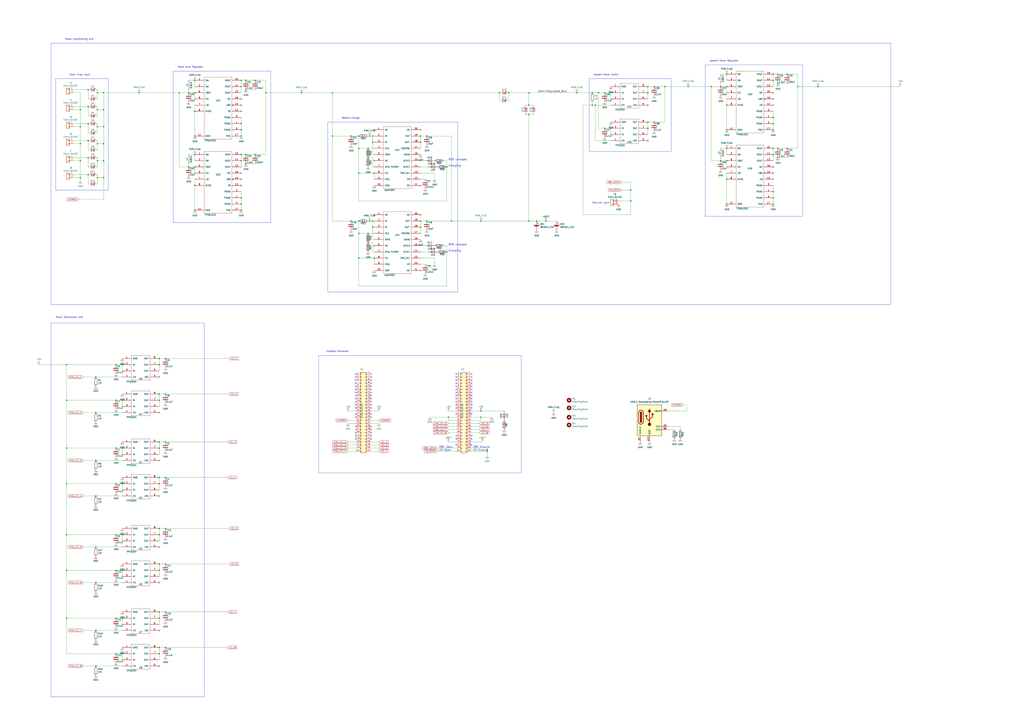
<source format=kicad_sch>
(kicad_sch (version 20231120) (generator "eeschema") (generator_version "8.0")
  (paper "A1")
  (title_block (title "Main") (date "2020-08-17") (rev "2") (company "LibreCube"))
  (junction (at 130.81 323.85))
  (junction (at 288.29 111.76))
  (junction (at 294.64 212.09))
  (junction (at 130.81 468.63))
  (junction (at 345.44 116.84))
  (junction (at 100.33 468.63))
  (junction (at 147.32 76.2))
  (junction (at 201.93 134.62))
  (junction (at 130.81 328.93))
  (junction (at 95.25 328.93))
  (junction (at 95.25 537.21))
  (junction (at 294.64 111.76))
  (junction (at 303.53 111.76))
  (junction (at 532.13 71.12))
  (junction (at 198.12 101.6))
  (junction (at 596.9 167.64))
  (junction (at 78.74 478.79))
  (junction (at 638.81 129.54))
  (junction (at 638.81 68.58))
  (junction (at 130.81 537.21))
  (junction (at 635 121.92))
  (junction (at 85.09 76.2))
  (junction (at 201.93 73.66))
  (junction (at 78.74 309.88))
  (junction (at 307.34 212.09))
  (junction (at 130.81 299.72))
  (junction (at 532.13 76.2))
  (junction (at 95.25 468.63))
  (junction (at 135.89 463.55))
  (junction (at 591.82 132.08))
  (junction (at 302.26 121.92))
  (junction (at 80.01 90.17))
  (junction (at 638.81 121.92))
  (junction (at 130.81 439.42))
  (junction (at 434.34 76.2))
  (junction (at 160.02 91.44))
  (junction (at 135.89 532.13))
  (junction (at 596.9 71.12))
  (junction (at 671.83 71.12))
  (junction (at 85.09 132.08))
  (junction (at 130.81 294.64))
  (junction (at 491.49 76.2))
  (junction (at 646.43 121.92))
  (junction (at 417.83 76.2))
  (junction (at 198.12 111.76))
  (junction (at 294.64 142.24))
  (junction (at 154.94 76.2))
  (junction (at 154.94 137.16))
  (junction (at 78.74 407.67))
  (junction (at 130.81 434.34))
  (junction (at 130.81 532.13))
  (junction (at 518.16 165.1))
  (junction (at 394.97 181.61))
  (junction (at 66.04 146.05))
  (junction (at 638.81 60.96))
  (junction (at 198.12 66.04))
  (junction (at 135.89 392.43))
  (junction (at 80.01 76.2))
  (junction (at 135.89 363.22))
  (junction (at 303.53 181.61))
  (junction (at 78.74 518.16))
  (junction (at 114.3 76.2))
  (junction (at 130.81 502.92))
  (junction (at 130.81 463.55))
  (junction (at 345.44 111.76))
  (junction (at 596.9 60.96))
  (junction (at 78.74 449.58))
  (junction (at 95.25 299.72))
  (junction (at 646.43 60.96))
  (junction (at 100.33 328.93))
  (junction (at 596.9 147.32))
  (junction (at 448.31 181.61))
  (junction (at 85.09 104.14))
  (junction (at 635 60.96))
  (junction (at 100.33 439.42))
  (junction (at 198.12 71.12))
  (junction (at 273.05 111.76))
  (junction (at 596.9 106.68))
  (junction (at 537.21 71.12))
  (junction (at 198.12 132.08))
  (junction (at 72.39 115.57))
  (junction (at 54.61 397.51))
  (junction (at 135.89 323.85))
  (junction (at 198.12 127))
  (junction (at 440.69 181.61))
  (junction (at 307.34 142.24))
  (junction (at 537.21 100.33))
  (junction (at 72.39 101.6))
  (junction (at 596.9 121.92))
  (junction (at 160.02 172.72))
  (junction (at 100.33 368.3))
  (junction (at 486.41 86.36))
  (junction (at 596.9 132.08))
  (junction (at 410.21 76.2))
  (junction (at 100.33 397.51))
  (junction (at 66.04 118.11))
  (junction (at 306.07 111.76))
  (junction (at 247.65 76.2))
  (junction (at 518.16 156.21))
  (junction (at 95.25 397.51))
  (junction (at 80.01 118.11))
  (junction (at 100.33 508))
  (junction (at 130.81 397.51))
  (junction (at 565.15 71.12))
  (junction (at 198.12 162.56))
  (junction (at 130.81 368.3))
  (junction (at 294.64 181.61))
  (junction (at 294.64 121.92))
  (junction (at 400.05 370.84))
  (junction (at 501.65 105.41))
  (junction (at 434.34 86.36))
  (junction (at 100.33 537.21))
  (junction (at 160.02 137.16))
  (junction (at 198.12 172.72))
  (junction (at 370.84 181.61))
  (junction (at 394.97 342.9))
  (junction (at 367.03 137.16))
  (junction (at 135.89 502.92))
  (junction (at 198.12 106.68))
  (junction (at 635 101.6))
  (junction (at 486.41 76.2))
  (junction (at 54.61 439.42))
  (junction (at 306.07 181.61))
  (junction (at 100.33 299.72))
  (junction (at 135.89 294.64))
  (junction (at 394.97 337.82))
  (junction (at 546.1 71.12))
  (junction (at 473.71 76.2))
  (junction (at 635 127))
  (junction (at 306.07 116.84))
  (junction (at 584.2 71.12))
  (junction (at 198.12 167.64))
  (junction (at 160.02 111.76))
  (junction (at 294.64 191.77))
  (junction (at 54.61 508))
  (junction (at 95.25 368.3))
  (junction (at 596.9 86.36))
  (junction (at 591.82 71.12))
  (junction (at 306.07 186.69))
  (junction (at 78.74 547.37))
  (junction (at 635 167.64))
  (junction (at 273.05 76.2))
  (junction (at 496.57 76.2))
  (junction (at 218.44 76.2))
  (junction (at 201.93 127))
  (junction (at 72.39 87.63))
  (junction (at 66.04 132.08))
  (junction (at 80.01 104.14))
  (junction (at 635 66.04))
  (junction (at 130.81 508))
  (junction (at 85.09 118.11))
  (junction (at 85.09 146.05))
  (junction (at 350.52 111.76))
  (junction (at 78.74 378.46))
  (junction (at 130.81 392.43))
  (junction (at 345.44 181.61))
  (junction (at 350.52 181.61))
  (junction (at 302.26 129.54))
  (junction (at 80.01 146.05))
  (junction (at 367.03 207.01))
  (junction (at 54.61 328.93))
  (junction (at 368.3 342.9))
  (junction (at 72.39 143.51))
  (junction (at 160.02 127))
  (junction (at 345.44 186.69))
  (junction (at 66.04 90.17))
  (junction (at 54.61 368.3))
  (junction (at 302.26 191.77))
  (junction (at 434.34 181.61))
  (junction (at 496.57 105.41))
  (junction (at 54.61 468.63))
  (junction (at 201.93 66.04))
  (junction (at 95.25 439.42))
  (junction (at 635 157.48))
  (junction (at 488.95 86.36))
  (junction (at 54.61 299.72))
  (junction (at 635 162.56))
  (junction (at 532.13 100.33))
  (junction (at 635 96.52))
  (junction (at 95.25 508))
  (junction (at 72.39 73.66))
  (junction (at 130.81 363.22))
  (junction (at 635 106.68))
  (junction (at 501.65 76.2))
  (junction (at 80.01 132.08))
  (junction (at 209.55 66.04))
  (junction (at 532.13 105.41))
  (junction (at 85.09 90.17))
  (junction (at 78.74 339.09))
  (junction (at 66.04 104.14))
  (junction (at 160.02 76.2))
  (junction (at 135.89 434.34))
  (junction (at 655.32 71.12))
  (junction (at 160.02 66.04))
  (junction (at 160.02 152.4))
  (junction (at 302.26 199.39))
  (junction (at 209.55 127))
  (junction (at 72.39 129.54))
  (junction (at 434.34 93.98))
  (junction (at 288.29 181.61))
  (no_connect (at 292.1 332.74))
  (no_connect (at 304.8 325.12))
  (no_connect (at 304.8 307.34))
  (no_connect (at 635 142.24))
  (no_connect (at 387.35 322.58))
  (no_connect (at 387.35 320.04))
  (no_connect (at 374.65 360.68))
  (no_connect (at 374.65 327.66))
  (no_connect (at 374.65 365.76))
  (no_connect (at 304.8 322.58))
  (no_connect (at 292.1 330.2))
  (no_connect (at 292.1 340.36))
  (no_connect (at 387.35 307.34))
  (no_connect (at 374.65 309.88))
  (no_connect (at 198.12 152.4))
  (no_connect (at 304.8 320.04))
  (no_connect (at 635 81.28))
  (no_connect (at 387.35 360.68))
  (no_connect (at 304.8 309.88))
  (no_connect (at 304.8 358.14))
  (no_connect (at 387.35 335.28))
  (no_connect (at 292.1 320.04))
  (no_connect (at 292.1 327.66))
  (no_connect (at 374.65 320.04))
  (no_connect (at 387.35 327.66))
  (no_connect (at 304.8 340.36))
  (no_connect (at 304.8 312.42))
  (no_connect (at 292.1 353.06))
  (no_connect (at 387.35 314.96))
  (no_connect (at 130.81 309.88))
  (no_connect (at 304.8 355.6))
  (no_connect (at 374.65 314.96))
  (no_connect (at 304.8 335.28))
  (no_connect (at 292.1 342.9))
  (no_connect (at 292.1 312.42))
  (no_connect (at 198.12 86.36))
  (no_connect (at 304.8 317.5))
  (no_connect (at 130.81 339.09))
  (no_connect (at 374.65 358.14))
  (no_connect (at 304.8 360.68))
  (no_connect (at 374.65 317.5))
  (no_connect (at 387.35 317.5))
  (no_connect (at 374.65 307.34))
  (no_connect (at 292.1 350.52))
  (no_connect (at 304.8 314.96))
  (no_connect (at 292.1 317.5))
  (no_connect (at 130.81 378.46))
  (no_connect (at 532.13 115.57))
  (no_connect (at 292.1 360.68))
  (no_connect (at 387.35 330.2))
  (no_connect (at 387.35 309.88))
  (no_connect (at 304.8 353.06))
  (no_connect (at 374.65 322.58))
  (no_connect (at 635 86.36))
  (no_connect (at 374.65 335.28))
  (no_connect (at 387.35 325.12))
  (no_connect (at 387.35 340.36))
  (no_connect (at 292.1 335.28))
  (no_connect (at 374.65 340.36))
  (no_connect (at 304.8 330.2))
  (no_connect (at 292.1 325.12))
  (no_connect (at 374.65 332.74))
  (no_connect (at 304.8 332.74))
  (no_connect (at 198.12 147.32))
  (no_connect (at 635 147.32))
  (no_connect (at 374.65 325.12))
  (no_connect (at 387.35 332.74))
  (no_connect (at 304.8 327.66))
  (no_connect (at 130.81 547.37))
  (no_connect (at 304.8 342.9))
  (no_connect (at 292.1 322.58))
  (no_connect (at 292.1 355.6))
  (no_connect (at 532.13 86.36))
  (no_connect (at 130.81 407.67))
  (no_connect (at 292.1 314.96))
  (no_connect (at 292.1 309.88))
  (no_connect (at 387.35 358.14))
  (no_connect (at 387.35 312.42))
  (no_connect (at 198.12 91.44))
  (no_connect (at 130.81 518.16))
  (no_connect (at 374.65 312.42))
  (no_connect (at 130.81 449.58))
  (no_connect (at 130.81 478.79))
  (no_connect (at 292.1 307.34))
  (no_connect (at 374.65 330.2))
  (no_connect (at 304.8 350.52))
  (no_connect (at 387.35 365.76))
  (no_connect (at 292.1 358.14))
  (wire (pts (xy 434.34 76.2) (xy 434.34 86.36)))
  (wire (pts (xy 655.32 60.96) (xy 655.32 71.12)))
  (polyline (pts (xy 41.91 35.56) (xy 731.52 35.56)))
  (wire (pts (xy 403.86 342.9) (xy 394.97 342.9)))
  (wire (pts (xy 596.9 142.24) (xy 596.9 147.32)))
  (wire (pts (xy 85.09 76.2) (xy 114.3 76.2)))
  (polyline (pts (xy 222.25 182.88) (xy 222.25 58.42)))
  (wire (pts (xy 135.89 532.13) (xy 186.69 532.13)))
  (wire (pts (xy 501.65 105.41) (xy 496.57 105.41)))
  (wire (pts (xy 198.12 127) (xy 198.12 132.08)))
  (wire (pts (xy 400.05 368.3) (xy 400.05 370.84)))
  (wire (pts (xy 501.65 76.2) (xy 501.65 81.28)))
  (wire (pts (xy 356.87 212.09) (xy 356.87 217.17)))
  (wire (pts (xy 596.9 76.2) (xy 596.9 71.12)))
  (wire (pts (xy 100.33 537.21) (xy 100.33 542.29)))
  (wire (pts (xy 130.81 368.3) (xy 130.81 373.38)))
  (wire (pts (xy 80.01 101.6) (xy 80.01 104.14)))
  (wire (pts (xy 100.33 547.37) (xy 78.74 547.37)))
  (wire (pts (xy 130.81 502.92) (xy 130.81 508)))
  (wire (pts (xy 54.61 468.63) (xy 95.25 468.63)))
  (wire (pts (xy 78.74 407.67) (xy 68.58 407.67)))
  (wire (pts (xy 160.02 91.44) (xy 160.02 111.76)))
  (wire (pts (xy 635 60.96) (xy 635 66.04)))
  (wire (pts (xy 345.44 201.93) (xy 349.25 201.93)))
  (wire (pts (xy 60.96 143.51) (xy 72.39 143.51)))
  (wire (pts (xy 60.96 132.08) (xy 66.04 132.08)))
  (wire (pts (xy 367.03 201.93) (xy 367.03 207.01)))
  (polyline (pts (xy 88.9 64.77) (xy 45.72 64.77)))
  (wire (pts (xy 387.35 368.3) (xy 400.05 368.3)))
  (wire (pts (xy 130.81 532.13) (xy 130.81 537.21)))
  (wire (pts (xy 359.41 368.3) (xy 374.65 368.3)))
  (polyline (pts (xy 45.72 64.77) (xy 45.72 156.21)))
  (wire (pts (xy 387.35 353.06) (xy 393.7 353.06)))
  (wire (pts (xy 80.01 115.57) (xy 80.01 118.11)))
  (wire (pts (xy 147.32 137.16) (xy 154.94 137.16)))
  (wire (pts (xy 302.26 191.77) (xy 307.34 191.77)))
  (wire (pts (xy 273.05 76.2) (xy 273.05 111.76)))
  (wire (pts (xy 655.32 71.12) (xy 655.32 121.92)))
  (wire (pts (xy 306.07 199.39) (xy 306.07 207.01)))
  (wire (pts (xy 294.64 191.77) (xy 302.26 191.77)))
  (polyline (pts (xy 551.18 124.46) (xy 551.18 64.77)))
  (wire (pts (xy 367.03 207.01) (xy 367.03 234.95)))
  (polyline (pts (xy 41.91 250.19) (xy 731.52 250.19)))
  (wire (pts (xy 306.07 137.16) (xy 307.34 137.16)))
  (wire (pts (xy 80.01 73.66) (xy 80.01 76.2)))
  (wire (pts (xy 294.64 191.77) (xy 294.64 181.61)))
  (wire (pts (xy 60.96 73.66) (xy 72.39 73.66)))
  (wire (pts (xy 387.35 350.52) (xy 393.7 350.52)))
  (wire (pts (xy 130.81 363.22) (xy 130.81 368.3)))
  (wire (pts (xy 368.3 353.06) (xy 374.65 353.06)))
  (wire (pts (xy 78.74 378.46) (xy 100.33 378.46)))
  (wire (pts (xy 367.03 201.93) (xy 364.49 201.93)))
  (wire (pts (xy 100.33 537.21) (xy 95.25 537.21)))
  (polyline (pts (xy 483.87 64.77) (xy 483.87 124.46)))
  (wire (pts (xy 66.04 104.14) (xy 66.04 118.11)))
  (wire (pts (xy 130.81 434.34) (xy 135.89 434.34)))
  (wire (pts (xy 400.05 370.84) (xy 400.05 374.65)))
  (wire (pts (xy 646.43 129.54) (xy 638.81 129.54)))
  (wire (pts (xy 304.8 370.84) (xy 311.15 370.84)))
  (wire (pts (xy 434.34 93.98) (xy 434.34 181.61)))
  (wire (pts (xy 655.32 71.12) (xy 671.83 71.12)))
  (wire (pts (xy 635 101.6) (xy 635 106.68)))
  (wire (pts (xy 350.52 111.76) (xy 370.84 111.76)))
  (wire (pts (xy 510.54 156.21) (xy 518.16 156.21)))
  (wire (pts (xy 306.07 111.76) (xy 307.34 111.76)))
  (wire (pts (xy 198.12 167.64) (xy 198.12 172.72)))
  (polyline (pts (xy 659.13 177.8) (xy 659.13 53.34)))
  (wire (pts (xy 486.41 83.82) (xy 486.41 86.36)))
  (wire (pts (xy 635 157.48) (xy 635 162.56)))
  (polyline (pts (xy 142.24 182.88) (xy 222.25 182.88)))
  (wire (pts (xy 80.01 104.14) (xy 80.01 109.22)))
  (polyline (pts (xy 269.24 100.33) (xy 375.92 100.33)))
  (wire (pts (xy 66.04 132.08) (xy 66.04 146.05)))
  (wire (pts (xy 201.93 127) (xy 198.12 127)))
  (wire (pts (xy 306.07 181.61) (xy 307.34 181.61)))
  (wire (pts (xy 438.15 86.36) (xy 434.34 86.36)))
  (wire (pts (xy 478.79 176.53) (xy 478.79 86.36)))
  (wire (pts (xy 306.07 207.01) (xy 307.34 207.01)))
  (wire (pts (xy 135.89 434.34) (xy 187.96 434.34)))
  (wire (pts (xy 130.81 434.34) (xy 130.81 439.42)))
  (wire (pts (xy 596.9 86.36) (xy 596.9 106.68)))
  (wire (pts (xy 72.39 115.57) (xy 60.96 115.57)))
  (wire (pts (xy 306.07 127) (xy 307.34 127)))
  (wire (pts (xy 307.34 217.17) (xy 307.34 212.09)))
  (polyline (pts (xy 269.24 240.03) (xy 375.92 240.03)))
  (wire (pts (xy 501.65 76.2) (xy 496.57 76.2)))
  (wire (pts (xy 80.01 104.14) (xy 85.09 104.14)))
  (wire (pts (xy 345.44 217.17) (xy 349.25 217.17)))
  (wire (pts (xy 306.07 181.61) (xy 306.07 186.69)))
  (wire (pts (xy 368.3 363.22) (xy 374.65 363.22)))
  (wire (pts (xy 584.2 132.08) (xy 584.2 71.12)))
  (wire (pts (xy 160.02 142.24) (xy 160.02 137.16)))
  (wire (pts (xy 130.81 392.43) (xy 135.89 392.43)))
  (wire (pts (xy 154.94 137.16) (xy 160.02 137.16)))
  (wire (pts (xy 518.16 176.53) (xy 478.79 176.53)))
  (wire (pts (xy 100.33 299.72) (xy 95.25 299.72)))
  (wire (pts (xy 147.32 76.2) (xy 154.94 76.2)))
  (wire (pts (xy 294.64 191.77) (xy 294.64 212.09)))
  (wire (pts (xy 457.2 181.61) (xy 448.31 181.61)))
  (wire (pts (xy 80.01 132.08) (xy 85.09 132.08)))
  (wire (pts (xy 100.33 468.63) (xy 100.33 473.71)))
  (wire (pts (xy 135.89 363.22) (xy 186.69 363.22)))
  (polyline (pts (xy 222.25 58.42) (xy 142.24 58.42)))
  (wire (pts (xy 68.58 478.79) (xy 78.74 478.79)))
  (wire (pts (xy 130.81 468.63) (xy 130.81 473.71)))
  (wire (pts (xy 635 152.4) (xy 635 157.48)))
  (wire (pts (xy 160.02 66.04) (xy 160.02 71.12)))
  (wire (pts (xy 66.04 76.2) (xy 66.04 90.17)))
  (wire (pts (xy 345.44 181.61) (xy 350.52 181.61)))
  (wire (pts (xy 80.01 90.17) (xy 80.01 95.25)))
  (wire (pts (xy 370.84 181.61) (xy 394.97 181.61)))
  (wire (pts (xy 394.97 181.61) (xy 434.34 181.61)))
  (wire (pts (xy 72.39 87.63) (xy 60.96 87.63)))
  (wire (pts (xy 417.83 76.2) (xy 434.34 76.2)))
  (wire (pts (xy 54.61 328.93) (xy 54.61 299.72)))
  (wire (pts (xy 60.96 90.17) (xy 66.04 90.17)))
  (wire (pts (xy 345.44 212.09) (xy 356.87 212.09)))
  (wire (pts (xy 54.61 397.51) (xy 95.25 397.51)))
  (wire (pts (xy 100.33 299.72) (xy 100.33 304.8)))
  (wire (pts (xy 218.44 66.04) (xy 218.44 76.2)))
  (wire (pts (xy 130.81 323.85) (xy 130.81 328.93)))
  (wire (pts (xy 394.97 342.9) (xy 387.35 342.9)))
  (wire (pts (xy 54.61 299.72) (xy 95.25 299.72)))
  (wire (pts (xy 302.26 199.39) (xy 306.07 199.39)))
  (wire (pts (xy 473.71 76.2) (xy 486.41 76.2)))
  (wire (pts (xy 591.82 132.08) (xy 596.9 132.08)))
  (wire (pts (xy 486.41 86.36) (xy 488.95 86.36)))
  (wire (pts (xy 247.65 76.2) (xy 273.05 76.2)))
  (wire (pts (xy 80.01 143.51) (xy 80.01 146.05)))
  (wire (pts (xy 294.64 111.76) (xy 288.29 111.76)))
  (wire (pts (xy 130.81 439.42) (xy 130.81 444.5)))
  (wire (pts (xy 501.65 105.41) (xy 501.65 110.49)))
  (wire (pts (xy 78.74 547.37) (xy 68.58 547.37)))
  (wire (pts (xy 60.96 146.05) (xy 66.04 146.05)))
  (wire (pts (xy 78.74 518.16) (xy 100.33 518.16)))
  (wire (pts (xy 54.61 368.3) (xy 95.25 368.3)))
  (wire (pts (xy 54.61 397.51) (xy 54.61 439.42)))
  (wire (pts (xy 518.16 165.1) (xy 518.16 176.53)))
  (wire (pts (xy 302.26 121.92) (xy 307.34 121.92)))
  (wire (pts (xy 591.82 68.58) (xy 591.82 71.12)))
  (wire (pts (xy 304.8 365.76) (xy 311.15 365.76)))
  (wire (pts (xy 72.39 143.51) (xy 72.39 151.13)))
  (wire (pts (xy 294.64 234.95) (xy 367.03 234.95)))
  (wire (pts (xy 306.07 186.69) (xy 306.07 196.85)))
  (wire (pts (xy 147.32 137.16) (xy 147.32 76.2)))
  (wire (pts (xy 198.12 106.68) (xy 198.12 111.76)))
  (wire (pts (xy 294.64 121.92) (xy 302.26 121.92)))
  (wire (pts (xy 368.3 345.44) (xy 374.65 345.44)))
  (wire (pts (xy 345.44 132.08) (xy 349.25 132.08)))
  (wire (pts (xy 154.94 73.66) (xy 154.94 76.2)))
  (wire (pts (xy 510.54 149.86) (xy 518.16 149.86)))
  (wire (pts (xy 294.64 181.61) (xy 288.29 181.61)))
  (wire (pts (xy 78.74 309.88) (xy 100.33 309.88)))
  (polyline (pts (xy 579.12 177.8) (xy 659.13 177.8)))
  (wire (pts (xy 285.75 363.22) (xy 292.1 363.22)))
  (wire (pts (xy 135.89 323.85) (xy 187.96 323.85)))
  (wire (pts (xy 345.44 207.01) (xy 351.79 207.01)))
  (wire (pts (xy 356.87 142.24) (xy 356.87 147.32)))
  (wire (pts (xy 638.81 60.96) (xy 635 60.96)))
  (wire (pts (xy 54.61 368.3) (xy 54.61 397.51)))
  (wire (pts (xy 431.8 93.98) (xy 434.34 93.98)))
  (polyline (pts (xy 269.24 100.33) (xy 269.24 240.03)))
  (wire (pts (xy 285.75 347.98) (xy 292.1 347.98)))
  (wire (pts (xy 501.65 115.57) (xy 488.95 115.57)))
  (wire (pts (xy 285.75 368.3) (xy 292.1 368.3)))
  (wire (pts (xy 100.33 368.3) (xy 100.33 373.38)))
  (wire (pts (xy 448.31 181.61) (xy 440.69 181.61)))
  (wire (pts (xy 198.12 66.04) (xy 198.12 71.12)))
  (wire (pts (xy 368.3 342.9) (xy 368.3 345.44)))
  (wire (pts (xy 218.44 76.2) (xy 218.44 127)))
  (wire (pts (xy 304.8 368.3) (xy 311.15 368.3)))
  (wire (pts (xy 532.13 76.2) (xy 532.13 81.28)))
  (wire (pts (xy 285.75 345.44) (xy 292.1 345.44)))
  (wire (pts (xy 54.61 508) (xy 54.61 537.21)))
  (wire (pts (xy 273.05 111.76) (xy 288.29 111.76)))
  (wire (pts (xy 491.49 105.41) (xy 496.57 105.41)))
  (wire (pts (xy 501.65 86.36) (xy 488.95 86.36)))
  (wire (pts (xy 130.81 508) (xy 130.81 513.08)))
  (wire (pts (xy 130.81 328.93) (xy 130.81 334.01)))
  (polyline (pts (xy 41.91 35.56) (xy 41.91 250.19)))
  (wire (pts (xy 72.39 129.54) (xy 72.39 137.16)))
  (polyline (pts (xy 551.18 64.77) (xy 483.87 64.77)))
  (polyline (pts (xy 41.91 572.77) (xy 167.64 572.77)))
  (wire (pts (xy 198.12 101.6) (xy 198.12 106.68)))
  (wire (pts (xy 532.13 100.33) (xy 532.13 105.41)))
  (wire (pts (xy 387.35 370.84) (xy 400.05 370.84)))
  (wire (pts (xy 374.65 342.9) (xy 368.3 342.9)))
  (wire (pts (xy 434.34 93.98) (xy 438.15 93.98)))
  (wire (pts (xy 130.81 392.43) (xy 130.81 397.51)))
  (wire (pts (xy 72.39 101.6) (xy 60.96 101.6)))
  (wire (pts (xy 596.9 147.32) (xy 596.9 167.64)))
  (polyline (pts (xy 41.91 265.43) (xy 41.91 572.77)))
  (wire (pts (xy 68.58 378.46) (xy 78.74 378.46)))
  (wire (pts (xy 304.8 337.82) (xy 311.15 337.82)))
  (wire (pts (xy 209.55 127) (xy 201.93 127)))
  (wire (pts (xy 66.04 146.05) (xy 66.04 148.59)))
  (wire (pts (xy 368.3 337.82) (xy 374.65 337.82)))
  (wire (pts (xy 100.33 508) (xy 95.25 508)))
  (wire (pts (xy 80.01 146.05) (xy 80.01 151.13)))
  (wire (pts (xy 584.2 132.08) (xy 591.82 132.08)))
  (wire (pts (xy 135.89 294.64) (xy 187.96 294.64)))
  (wire (pts (xy 100.33 328.93) (xy 100.33 334.01)))
  (polyline (pts (xy 483.87 124.46) (xy 551.18 124.46)))
  (wire (pts (xy 518.16 156.21) (xy 518.16 165.1)))
  (wire (pts (xy 130.81 397.51) (xy 130.81 402.59)))
  (wire (pts (xy 532.13 105.41) (xy 532.13 110.49)))
  (wire (pts (xy 345.44 147.32) (xy 349.25 147.32)))
  (wire (pts (xy 72.39 73.66) (xy 72.39 81.28)))
  (wire (pts (xy 304.8 347.98) (xy 311.15 347.98)))
  (wire (pts (xy 54.61 537.21) (xy 95.25 537.21)))
  (wire (pts (xy 154.94 127) (xy 160.02 127)))
  (wire (pts (xy 591.82 121.92) (xy 596.9 121.92)))
  (wire (pts (xy 198.12 157.48) (xy 198.12 162.56)))
  (polyline (pts (xy 427.99 292.1) (xy 261.62 292.1)))
  (wire (pts (xy 304.8 345.44) (xy 311.15 345.44)))
  (wire (pts (xy 130.81 463.55) (xy 130.81 468.63)))
  (wire (pts (xy 294.64 165.1) (xy 367.03 165.1)))
  (wire (pts (xy 80.01 76.2) (xy 80.01 81.28)))
  (wire (pts (xy 546.1 71.12) (xy 565.15 71.12)))
  (wire (pts (xy 306.07 116.84) (xy 306.07 127)))
  (wire (pts (xy 563.88 337.82) (xy 563.88 332.74)))
  (polyline (pts (xy 261.62 292.1) (xy 261.62 388.62)))
  (wire (pts (xy 303.53 111.76) (xy 306.07 111.76)))
  (wire (pts (xy 130.81 363.22) (xy 135.89 363.22)))
  (polyline (pts (xy 45.72 156.21) (xy 88.9 156.21)))
  (wire (pts (xy 130.81 502.92) (xy 135.89 502.92)))
  (wire (pts (xy 130.81 323.85) (xy 135.89 323.85)))
  (wire (pts (xy 100.33 508) (xy 100.33 513.08)))
  (wire (pts (xy 80.01 132.08) (xy 80.01 137.16)))
  (wire (pts (xy 548.64 350.52) (xy 558.8 350.52)))
  (wire (pts (xy 60.96 104.14) (xy 66.04 104.14)))
  (wire (pts (xy 368.3 355.6) (xy 374.65 355.6)))
  (wire (pts (xy 563.88 332.74) (xy 561.34 332.74)))
  (wire (pts (xy 100.33 397.51) (xy 100.33 402.59)))
  (wire (pts (xy 387.35 345.44) (xy 394.97 345.44)))
  (wire (pts (xy 160.02 127) (xy 160.02 132.08)))
  (wire (pts (xy 60.96 118.11) (xy 66.04 118.11)))
  (wire (pts (xy 434.34 86.36) (xy 431.8 86.36)))
  (wire (pts (xy 548.64 337.82) (xy 563.88 337.82)))
  (polyline (pts (xy 427.99 388.62) (xy 427.99 292.1)))
  (wire (pts (xy 198.12 162.56) (xy 198.12 167.64)))
  (polyline (pts (xy 579.12 53.34) (xy 579.12 177.8)))
  (wire (pts (xy 596.9 137.16) (xy 596.9 132.08)))
  (wire (pts (xy 367.03 137.16) (xy 367.03 165.1)))
  (wire (pts (xy 130.81 299.72) (xy 130.81 304.8)))
  (wire (pts (xy 546.1 100.33) (xy 546.1 71.12)))
  (wire (pts (xy 394.97 345.44) (xy 394.97 342.9)))
  (wire (pts (xy 306.07 116.84) (xy 307.34 116.84)))
  (wire (pts (xy 591.82 60.96) (xy 596.9 60.96)))
  (wire (pts (xy 54.61 368.3) (xy 54.61 328.93)))
  (wire (pts (xy 345.44 116.84) (xy 345.44 111.76)))
  (wire (pts (xy 78.74 449.58) (xy 100.33 449.58)))
  (wire (pts (xy 635 162.56) (xy 635 167.64)))
  (wire (pts (xy 135.89 502.92) (xy 186.69 502.92)))
  (wire (pts (xy 85.09 104.14) (xy 85.09 118.11)))
  (wire (pts (xy 154.94 76.2) (xy 160.02 76.2)))
  (wire (pts (xy 66.04 118.11) (xy 66.04 132.08)))
  (wire (pts (xy 548.64 353.06) (xy 553.72 353.06)))
  (wire (pts (xy 100.33 328.93) (xy 95.25 328.93)))
  (wire (pts (xy 100.33 468.63) (xy 95.25 468.63)))
  (wire (pts (xy 635 66.04) (xy 635 71.12)))
  (wire (pts (xy 198.12 96.52) (xy 198.12 101.6)))
  (wire (pts (xy 646.43 121.92) (xy 638.81 121.92)))
  (wire (pts (xy 85.09 90.17) (xy 85.09 104.14)))
  (wire (pts (xy 646.43 60.96) (xy 638.81 60.96)))
  (wire (pts (xy 635 96.52) (xy 635 101.6)))
  (wire (pts (xy 304.8 363.22) (xy 311.15 363.22)))
  (wire (pts (xy 54.61 439.42) (xy 95.25 439.42)))
  (wire (pts (xy 130.81 463.55) (xy 135.89 463.55)))
  (wire (pts (xy 130.81 537.21) (xy 130.81 542.29)))
  (wire (pts (xy 417.83 82.55) (xy 417.83 76.2)))
  (wire (pts (xy 532.13 71.12) (xy 537.21 71.12)))
  (polyline (pts (xy 261.62 388.62) (xy 427.99 388.62)))
  (polyline (pts (xy 731.52 250.19) (xy 731.52 35.56)))
  (wire (pts (xy 85.09 132.08) (xy 85.09 146.05)))
  (wire (pts (xy 353.06 342.9) (xy 368.3 342.9)))
  (wire (pts (xy 488.95 115.57) (xy 488.95 86.36)))
  (wire (pts (xy 345.44 137.16) (xy 351.79 137.16)))
  (wire (pts (xy 491.49 76.2) (xy 496.57 76.2)))
  (wire (pts (xy 273.05 76.2) (xy 410.21 76.2)))
  (wire (pts (xy 294.64 212.09) (xy 307.34 212.09)))
  (wire (pts (xy 394.97 337.82) (xy 414.02 337.82)))
  (wire (pts (xy 518.16 149.86) (xy 518.16 156.21)))
  (wire (pts (xy 100.33 397.51) (xy 95.25 397.51)))
  (wire (pts (xy 68.58 518.16) (xy 78.74 518.16)))
  (wire (pts (xy 350.52 181.61) (xy 370.84 181.61)))
  (polyline (pts (xy 375.92 240.03) (xy 375.92 100.33)))
  (wire (pts (xy 294.64 212.09) (xy 294.64 234.95)))
  (wire (pts (xy 537.21 100.33) (xy 546.1 100.33)))
  (wire (pts (xy 273.05 111.76) (xy 273.05 181.61)))
  (wire (pts (xy 410.21 82.55) (xy 410.21 76.2)))
  (wire (pts (xy 160.02 86.36) (xy 160.02 91.44)))
  (wire (pts (xy 68.58 339.09) (xy 78.74 339.09)))
  (wire (pts (xy 72.39 115.57) (xy 72.39 123.19)))
  (wire (pts (xy 160.02 152.4) (xy 160.02 172.72)))
  (wire (pts (xy 85.09 118.11) (xy 85.09 132.08)))
  (wire (pts (xy 306.07 186.69) (xy 307.34 186.69)))
  (wire (pts (xy 518.16 165.1) (xy 508 165.1)))
  (wire (pts (xy 532.13 100.33) (xy 537.21 100.33)))
  (wire (pts (xy 218.44 66.04) (xy 209.55 66.04)))
  (wire (pts (xy 591.82 71.12) (xy 596.9 71.12)))
  (wire (pts (xy 345.44 191.77) (xy 345.44 186.69)))
  (wire (pts (xy 646.43 121.92) (xy 655.32 121.92)))
  (wire (pts (xy 591.82 129.54) (xy 591.82 132.08)))
  (wire (pts (xy 78.74 478.79) (xy 100.33 478.79)))
  (wire (pts (xy 54.61 508) (xy 95.25 508)))
  (wire (pts (xy 54.61 299.72) (xy 31.75 299.72)))
  (wire (pts (xy 130.81 294.64) (xy 130.81 299.72)))
  (wire (pts (xy 307.34 147.32) (xy 307.34 142.24)))
  (wire (pts (xy 345.44 111.76) (xy 350.52 111.76)))
  (wire (pts (xy 387.35 355.6) (xy 393.7 355.6)))
  (wire (pts (xy 80.01 118.11) (xy 80.01 123.19)))
  (wire (pts (xy 285.75 365.76) (xy 292.1 365.76)))
  (wire (pts (xy 80.01 76.2) (xy 85.09 76.2)))
  (wire (pts (xy 387.35 347.98) (xy 393.7 347.98)))
  (wire (pts (xy 100.33 407.67) (xy 78.74 407.67)))
  (wire (pts (xy 209.55 66.04) (xy 201.93 66.04)))
  (polyline (pts (xy 88.9 64.77) (xy 88.9 156.21)))
  (wire (pts (xy 114.3 76.2) (xy 147.32 76.2)))
  (wire (pts (xy 635 127) (xy 635 132.08)))
  (wire (pts (xy 306.07 111.76) (xy 306.07 116.84)))
  (wire (pts (xy 100.33 439.42) (xy 95.25 439.42)))
  (wire (pts (xy 72.39 129.54) (xy 60.96 129.54)))
  (polyline (pts (xy 659.13 53.34) (xy 579.12 53.34)))
  (wire (pts (xy 100.33 439.42) (xy 100.33 444.5)))
  (wire (pts (xy 54.61 508) (xy 54.61 468.63)))
  (wire (pts (xy 486.41 76.2) (xy 491.49 76.2)))
  (wire (pts (xy 596.9 60.96) (xy 596.9 66.04)))
  (wire (pts (xy 302.26 111.76) (xy 303.53 111.76)))
  (wire (pts (xy 532.13 71.12) (xy 532.13 76.2)))
  (wire (pts (xy 294.64 142.24) (xy 294.64 165.1)))
  (wire (pts (xy 154.94 66.04) (xy 160.02 66.04)))
  (wire (pts (xy 345.44 142.24) (xy 356.87 142.24)))
  (wire (pts (xy 558.8 350.52) (xy 558.8 353.06)))
  (wire (pts (xy 646.43 68.58) (xy 638.81 68.58)))
  (wire (pts (xy 209.55 73.66) (xy 201.93 73.66)))
  (wire (pts (xy 345.44 186.69) (xy 345.44 181.61)))
  (wire (pts (xy 135.89 392.43) (xy 186.69 392.43)))
  (wire (pts (xy 306.07 196.85) (xy 307.34 196.85)))
  (wire (pts (xy 302.26 181.61) (xy 303.53 181.61)))
  (wire (pts (xy 100.33 368.3) (xy 95.25 368.3)))
  (wire (pts (xy 302.26 129.54) (xy 306.07 129.54)))
  (wire (pts (xy 54.61 328.93) (xy 95.25 328.93)))
  (wire (pts (xy 285.75 337.82) (xy 292.1 337.82)))
  (wire (pts (xy 80.01 87.63) (xy 80.01 90.17)))
  (wire (pts (xy 68.58 309.88) (xy 78.74 309.88)))
  (wire (pts (xy 367.03 132.08) (xy 364.49 132.08)))
  (wire (pts (xy 368.3 347.98) (xy 374.65 347.98)))
  (wire (pts (xy 54.61 468.63) (xy 54.61 439.42)))
  (wire (pts (xy 306.07 129.54) (xy 306.07 137.16)))
  (wire (pts (xy 303.53 181.61) (xy 306.07 181.61)))
  (wire (pts (xy 370.84 111.76) (xy 370.84 181.61)))
  (wire (pts (xy 218.44 76.2) (xy 247.65 76.2)))
  (wire (pts (xy 160.02 147.32) (xy 160.02 152.4)))
  (wire (pts (xy 160.02 81.28) (xy 160.02 76.2)))
  (wire (pts (xy 130.81 294.64) (xy 135.89 294.64)))
  (wire (pts (xy 596.9 81.28) (xy 596.9 86.36)))
  (wire (pts (xy 130.81 532.13) (xy 135.89 532.13)))
  (wire (pts (xy 491.49 105.41) (xy 491.49 76.2)))
  (wire (pts (xy 80.01 118.11) (xy 85.09 118.11)))
  (wire (pts (xy 359.41 370.84) (xy 374.65 370.84)))
  (wire (pts (xy 294.64 121.92) (xy 294.64 111.76)))
  (wire (pts (xy 72.39 101.6) (xy 72.39 109.22)))
  (wire (pts (xy 440.69 181.61) (xy 434.34 181.61)))
  (wire (pts (xy 565.15 71.12) (xy 584.2 71.12)))
  (wire (pts (xy 209.55 127) (xy 218.44 127)))
  (wire (pts (xy 387.35 337.82) (xy 394.97 337.82)))
  (wire (pts (xy 64.77 163.83) (xy 85.09 163.83)))
  (wire (pts (xy 584.2 71.12) (xy 591.82 71.12)))
  (wire (pts (xy 368.3 350.52) (xy 374.65 350.52)))
  (wire (pts (xy 154.94 134.62) (xy 154.94 137.16)))
  (wire (pts (xy 66.04 90.17) (xy 66.04 104.14)))
  (polyline (pts (xy 167.64 265.43) (xy 167.64 572.77)))
  (wire (pts (xy 638.81 121.92) (xy 635 121.92)))
  (wire (pts (xy 655.32 60.96) (xy 646.43 60.96)))
  (wire (pts (xy 209.55 134.62) (xy 201.93 134.62)))
  (wire (pts (xy 294.64 142.24) (xy 307.34 142.24)))
  (wire (pts (xy 671.83 71.12) (xy 739.14 71.12)))
  (wire (pts (xy 635 121.92) (xy 635 127)))
  (wire (pts (xy 201.93 66.04) (xy 198.12 66.04)))
  (polyline (pts (xy 142.24 58.42) (xy 142.24 182.88)))
  (wire (pts (xy 285.75 370.84) (xy 292.1 370.84)))
  (wire (pts (xy 478.79 86.36) (xy 486.41 86.36)))
  (wire (pts (xy 85.09 146.05) (xy 80.01 146.05)))
  (wire (pts (xy 85.09 146.05) (xy 85.09 163.83)))
  (wire (pts (xy 80.01 90.17) (xy 85.09 90.17)))
  (wire (pts (xy 198.12 71.12) (xy 198.12 76.2)))
  (wire (pts (xy 135.89 463.55) (xy 187.96 463.55)))
  (wire (pts (xy 72.39 87.63) (xy 72.39 95.25)))
  (wire (pts (xy 434.34 76.2) (xy 473.71 76.2)))
  (wire (pts (xy 537.21 71.12) (xy 546.1 71.12)))
  (wire (pts (xy 387.35 363.22) (xy 396.24 363.22)))
  (polyline (pts (xy 41.91 265.43) (xy 167.64 265.43)))
  (wire (pts (xy 367.03 132.08) (xy 367.03 137.16)))
  (wire (pts (xy 60.96 76.2) (xy 66.04 76.2)))
  (wire (pts (xy 635 91.44) (xy 635 96.52)))
  (wire (pts (xy 345.44 121.92) (xy 345.44 116.84)))
  (wire (pts (xy 273.05 181.61) (xy 288.29 181.61)))
  (wire (pts (xy 596.9 121.92) (xy 596.9 127)))
  (wire (pts (xy 85.09 76.2) (xy 85.09 90.17)))
  (wire (pts (xy 68.58 449.58) (xy 78.74 449.58)))
  (wire (pts (xy 198.12 132.08) (xy 198.12 137.16)))
  (wire (pts (xy 78.74 339.09) (xy 100.33 339.09)))
  (wire (pts (xy 294.64 121.92) (xy 294.64 142.24)))
  (wire (pts (xy 80.01 129.54) (xy 80.01 132.08)))
  (text "Solar Array Input" (at 57.15 62.23 0) (effects (font (size 1.27 1.27)) (justify left bottom)))
  (text "90% charged" (at 368.3 132.08 0) (effects (font (size 1.524 1.524)) (justify left bottom)))
  (text "RBF Ground" (at 388.62 368.3 0) (effects (font (size 1.524 1.524)) (justify left bottom)))
  (text "KS Open" (at 360.68 370.84 0) (effects (font (size 1.524 1.524)) (justify left bottom)))
  (text "RBF Open" (at 360.68 368.3 0) (effects (font (size 1.524 1.524)) (justify left bottom)))
  (text "CubeSat Connector" (at 267.97 289.56 0) (effects (font (size 1.27 1.27)) (justify left bottom)))
  (text "KS Ground" (at 388.62 370.84 0) (effects (font (size 1.524 1.524)) (justify left bottom)))
  (text "Solar Array Regulator" (at 146.05 55.88 0) (effects (font (size 1.27 1.27)) (justify left bottom)))
  (text "Charging" (at 368.3 137.16 0) (effects (font (size 1.524 1.524)) (justify left bottom)))
  (text "System Power Switch" (at 487.68 62.23 0) (effects (font (size 1.27 1.27)) (justify left bottom)))
  (text "Power Distribution Unit" (at 45.72 261.62 0) (effects (font (size 1.27 1.27)) (justify left bottom)))
  (text "Power Conditioning Unit" (at 53.34 33.02 0) (effects (font (size 1.27 1.27)) (justify left bottom)))
  (text "90% charged" (at 368.3 201.93 0) (effects (font (size 1.524 1.524)) (justify left bottom)))
  (text "System Power Regulator" (at 582.93 50.8 0) (effects (font (size 1.27 1.27)) (justify left bottom)))
  (text "Secure Lock" (at 486.41 167.64 0) (effects (font (size 1.524 1.524)) (justify left bottom)))
  (text "Battery Charger" (at 280.67 97.79 0) (effects (font (size 1.27 1.27)) (justify left bottom)))
  (text "Charging" (at 368.3 207.01 0) (effects (font (size 1.524 1.524)) (justify left bottom)))
  (label "Semi_Regulated_Bus" (at 441.96 76.2 0) (effects (font (size 1.524 1.524))))
  (global_label "KS_OPEN" (shape input) (at 510.54 156.21 180) (property "Intersheetrefs" "${INTERSHEET_REFS}" (effects (hide yes))))
  (global_label "ENA_LCL_3" (shape input) (at 285.75 368.3 180) (property "Intersheetrefs" "${INTERSHEET_REFS}" (effects (hide yes))))
  (global_label "LCL_5" (shape input) (at 187.96 434.34 0) (property "Intersheetrefs" "${INTERSHEET_REFS}" (effects (hide yes))))
  (global_label "ENA_LCL_8" (shape input) (at 68.58 547.37 180) (property "Intersheetrefs" "${INTERSHEET_REFS}" (effects (hide yes))))
  (global_label "ENA_LCL_8" (shape input) (at 368.3 355.6 180) (property "Intersheetrefs" "${INTERSHEET_REFS}" (effects (hide yes))))
  (global_label "LCL_7" (shape input) (at 393.7 353.06 0) (property "Intersheetrefs" "${INTERSHEET_REFS}" (effects (hide yes))))
  (global_label "ENA_LCL_1" (shape input) (at 68.58 309.88 180) (property "Intersheetrefs" "${INTERSHEET_REFS}" (effects (hide yes))))
  (global_label "LCL_1" (shape input) (at 311.15 363.22 0) (property "Intersheetrefs" "${INTERSHEET_REFS}" (effects (hide yes))))
  (global_label "RBF_OPEN" (shape input) (at 510.54 149.86 180) (property "Intersheetrefs" "${INTERSHEET_REFS}" (effects (hide yes))))
  (global_label "ENA_LCL_7" (shape input) (at 368.3 353.06 180) (property "Intersheetrefs" "${INTERSHEET_REFS}" (effects (hide yes))))
  (global_label "LCL_6" (shape input) (at 393.7 350.52 0) (property "Intersheetrefs" "${INTERSHEET_REFS}" (effects (hide yes))))
  (global_label "RBF_OPEN" (shape input) (at 359.41 368.3 180) (property "Intersheetrefs" "${INTERSHEET_REFS}" (effects (hide yes))))
  (global_label "ENA_LCL_1" (shape input) (at 285.75 363.22 180) (property "Intersheetrefs" "${INTERSHEET_REFS}" (effects (hide yes))))
  (global_label "ENA_LCL_6" (shape input) (at 68.58 478.79 180) (property "Intersheetrefs" "${INTERSHEET_REFS}" (effects (hide yes))))
  (global_label "ENA_LCL_5" (shape input) (at 368.3 347.98 180) (property "Intersheetrefs" "${INTERSHEET_REFS}" (effects (hide yes))))
  (global_label "CHARGE" (shape input) (at 561.34 332.74 180) (property "Intersheetrefs" "${INTERSHEET_REFS}" (effects (hide yes))))
  (global_label "CHARGE" (shape input) (at 311.15 345.44 0) (property "Intersheetrefs" "${INTERSHEET_REFS}" (effects (hide yes))))
  (global_label "CHARGE" (shape input) (at 285.75 345.44 180) (property "Intersheetrefs" "${INTERSHEET_REFS}" (effects (hide yes))))
  (global_label "ENA_LCL_2" (shape input) (at 285.75 365.76 180) (property "Intersheetrefs" "${INTERSHEET_REFS}" (effects (hide yes))))
  (global_label "ENA_LCL_5" (shape input) (at 68.58 449.58 180) (property "Intersheetrefs" "${INTERSHEET_REFS}" (effects (hide yes))))
  (global_label "ENA_LCL_4" (shape input) (at 285.75 370.84 180) (property "Intersheetrefs" "${INTERSHEET_REFS}" (effects (hide yes))))
  (global_label "LCL_3" (shape input) (at 186.69 363.22 0) (property "Intersheetrefs" "${INTERSHEET_REFS}" (effects (hide yes))))
  (global_label "LCL_7" (shape input) (at 186.69 502.92 0) (property "Intersheetrefs" "${INTERSHEET_REFS}" (effects (hide yes))))
  (global_label "LCL_6" (shape input) (at 187.96 463.55 0) (property "Intersheetrefs" "${INTERSHEET_REFS}" (effects (hide yes))))
  (global_label "ENA_LCL_3" (shape input) (at 68.58 378.46 180) (property "Intersheetrefs" "${INTERSHEET_REFS}" (effects (hide yes))))
  (global_label "ENA_LCL_7" (shape input) (at 68.58 518.16 180) (property "Intersheetrefs" "${INTERSHEET_REFS}" (effects (hide yes))))
  (global_label "LCL_2" (shape input) (at 187.96 323.85 0) (property "Intersheetrefs" "${INTERSHEET_REFS}" (effects (hide yes))))
  (global_label "LCL_4" (shape input) (at 311.15 370.84 0) (property "Intersheetrefs" "${INTERSHEET_REFS}" (effects (hide yes))))
  (global_label "ENA_LCL_6" (shape input) (at 368.3 350.52 180) (property "Intersheetrefs" "${INTERSHEET_REFS}" (effects (hide yes))))
  (global_label "LCL_2" (shape input) (at 311.15 365.76 0) (property "Intersheetrefs" "${INTERSHEET_REFS}" (effects (hide yes))))
  (global_label "LCL_3" (shape input) (at 311.15 368.3 0) (property "Intersheetrefs" "${INTERSHEET_REFS}" (effects (hide yes))))
  (global_label "LCL_4" (shape input) (at 186.69 392.43 0) (property "Intersheetrefs" "${INTERSHEET_REFS}" (effects (hide yes))))
  (global_label "ENA_LCL_4" (shape input) (at 68.58 407.67 180) (property "Intersheetrefs" "${INTERSHEET_REFS}" (effects (hide yes))))
  (global_label "CHARGE" (shape input) (at 64.77 163.83 180) (property "Intersheetrefs" "${INTERSHEET_REFS}" (effects (hide yes))))
  (global_label "ENA_LCL_2" (shape input) (at 68.58 339.09 180) (property "Intersheetrefs" "${INTERSHEET_REFS}" (effects (hide yes))))
  (global_label "LCL_8" (shape input) (at 393.7 355.6 0) (property "Intersheetrefs" "${INTERSHEET_REFS}" (effects (hide yes))))
  (global_label "LCL_8" (shape input) (at 186.69 532.13 0) (property "Intersheetrefs" "${INTERSHEET_REFS}" (effects (hide yes))))
  (global_label "LCL_5" (shape input) (at 393.7 347.98 0) (property "Intersheetrefs" "${INTERSHEET_REFS}" (effects (hide yes))))
  (global_label "KS_OPEN" (shape input) (at 359.41 370.84 180) (property "Intersheetrefs" "${INTERSHEET_REFS}" (effects (hide yes))))
  (global_label "LCL_1" (shape input) (at 187.96 294.64 0) (property "Intersheetrefs" "${INTERSHEET_REFS}" (effects (hide yes))))
  (symbol (lib_id "Mechanical:MountingHole") (at 467.36 328.93 0) (unit 1)
    (property "Reference" "M1" (at 469.9 327.7616 0) (effects (justify left)))
    (property "Value" "MountingHole" (at 469.9 330.073 0) (effects (justify left)))
    (property "Footprint" "MountingHole:MountingHole_3.2mm_M3_Pad" (effects (hide yes)))
  )
  (symbol (lib_id "Mechanical:MountingHole") (at 467.36 335.28 0) (unit 1)
    (property "Reference" "M2" (at 469.9 334.1116 0) (effects (justify left)))
    (property "Value" "MountingHole" (at 469.9 336.423 0) (effects (justify left)))
    (property "Footprint" "MountingHole:MountingHole_3.2mm_M3_Pad" (effects (hide yes)))
  )
  (symbol (lib_id "Mechanical:MountingHole") (at 467.36 342.9 0) (unit 1)
    (property "Reference" "M3" (at 469.9 341.7316 0) (effects (justify left)))
    (property "Value" "MountingHole" (at 469.9 344.043 0) (effects (justify left)))
    (property "Footprint" "MountingHole:MountingHole_3.2mm_M3_Pad" (effects (hide yes)))
  )
  (symbol (lib_id "Mechanical:MountingHole") (at 467.36 349.25 0) (unit 1)
    (property "Reference" "M4" (at 469.9 348.0816 0) (effects (justify left)))
    (property "Value" "MountingHole" (at 469.9 350.393 0) (effects (justify left)))
    (property "Footprint" "MountingHole:MountingHole_3.2mm_M3_Pad" (effects (hide yes)))
  )
  (symbol (lib_id "Device:D_Schottky") (at 76.2 151.13 0) (mirror y) (unit 1)
    (property "Reference" "D12" (at 76.2 148.59 0))
    (property "Value" "D_Schottky" (effects (hide yes)))
    (property "Footprint" "Diode_SMD:D_SOD-123" (effects (hide yes)))
  )
  (symbol (lib_id "Device:D_Schottky") (at 76.2 143.51 0) (mirror y) (unit 1)
    (property "Reference" "D11" (at 76.2 140.97 0))
    (property "Value" "D_Schottky" (effects (hide yes)))
    (property "Footprint" "Diode_SMD:D_SOD-123" (effects (hide yes)))
  )
  (symbol (lib_id "Device:D_Schottky") (at 76.2 137.16 0) (mirror y) (unit 1)
    (property "Reference" "D10" (at 76.2 134.62 0))
    (property "Value" "D_Schottky" (effects (hide yes)))
    (property "Footprint" "Diode_SMD:D_SOD-123" (effects (hide yes)))
  )
  (symbol (lib_id "Device:D_Schottky") (at 76.2 129.54 0) (mirror y) (unit 1)
    (property "Reference" "D9" (at 76.2 127 0))
    (property "Value" "D_Schottky" (effects (hide yes)))
    (property "Footprint" "Diode_SMD:D_SOD-123" (effects (hide yes)))
  )
  (symbol (lib_id "Device:D_Schottky") (at 76.2 123.19 0) (mirror y) (unit 1)
    (property "Reference" "D8" (at 76.2 120.65 0))
    (property "Value" "D_Schottky" (effects (hide yes)))
    (property "Footprint" "Diode_SMD:D_SOD-123" (effects (hide yes)))
  )
  (symbol (lib_id "Device:D_Schottky") (at 76.2 115.57 0) (mirror y) (unit 1)
    (property "Reference" "D7" (at 76.2 113.03 0))
    (property "Value" "D_Schottky" (effects (hide yes)))
    (property "Footprint" "Diode_SMD:D_SOD-123" (effects (hide yes)))
  )
  (symbol (lib_id "Device:D_Schottky") (at 76.2 109.22 0) (mirror y) (unit 1)
    (property "Reference" "D6" (at 76.2 106.68 0))
    (property "Value" "D_Schottky" (effects (hide yes)))
    (property "Footprint" "Diode_SMD:D_SOD-123" (effects (hide yes)))
  )
  (symbol (lib_id "Device:D_Schottky") (at 76.2 101.6 0) (mirror y) (unit 1)
    (property "Reference" "D5" (at 76.2 99.06 0))
    (property "Value" "D_Schottky" (effects (hide yes)))
    (property "Footprint" "Diode_SMD:D_SOD-123" (effects (hide yes)))
  )
  (symbol (lib_id "Device:D_Schottky") (at 76.2 95.25 0) (mirror y) (unit 1)
    (property "Reference" "D4" (at 76.2 92.71 0))
    (property "Value" "D_Schottky" (effects (hide yes)))
    (property "Footprint" "Diode_SMD:D_SOD-123" (effects (hide yes)))
  )
  (symbol (lib_id "Device:D_Schottky") (at 76.2 87.63 0) (mirror y) (unit 1)
    (property "Reference" "D3" (at 76.2 85.09 0))
    (property "Value" "D_Schottky" (effects (hide yes)))
    (property "Footprint" "Diode_SMD:D_SOD-123" (effects (hide yes)))
  )
  (symbol (lib_id "Device:D_Schottky") (at 76.2 81.28 0) (mirror y) (unit 1)
    (property "Reference" "D2" (at 76.2 78.74 0))
    (property "Value" "D_Schottky" (effects (hide yes)))
    (property "Footprint" "Diode_SMD:D_SOD-123" (effects (hide yes)))
  )
  (symbol (lib_id "Device:D_Schottky") (at 76.2 73.66 0) (mirror y) (unit 1)
    (property "Reference" "D1" (at 76.2 71.12 0))
    (property "Value" "D_Schottky" (effects (hide yes)))
    (property "Footprint" "Diode_SMD:D_SOD-123" (effects (hide yes)))
  )
  (symbol (lib_id "power:PWR_FLAG") (at 473.71 76.2 0) (unit 1)
    (property "Reference" "#FLG0118" (effects (hide yes)))
    (property "Value" "PWR_FLAG" (at 473.71 71.8058 0))
  )
  (symbol (lib_id "Connector_Generic:Conn_01x02") (at 55.88 73.66 0) (mirror y) (unit 1)
    (property "Reference" "J3" (at 57.9628 68.1482 0))
    (property "Value" "Conn_01x02" (at 57.9628 70.4596 0))
    (property "Footprint" "Connector_PinHeader_2.54mm:PinHeader_1x02_P2.54mm_Horizontal" (effects (hide yes)))
  )
  (symbol (lib_id "Connector_Generic:Conn_01x02") (at 55.88 87.63 0) (mirror y) (unit 1)
    (property "Reference" "J4" (at 57.9628 82.1182 0))
    (property "Value" "Conn_01x02" (at 57.9628 84.4296 0))
    (property "Footprint" "Connector_PinHeader_2.54mm:PinHeader_1x02_P2.54mm_Horizontal" (effects (hide yes)))
  )
  (symbol (lib_id "Connector_Generic:Conn_01x02") (at 55.88 101.6 0) (mirror y) (unit 1)
    (property "Reference" "J5" (at 57.9628 96.0882 0))
    (property "Value" "Conn_01x02" (at 57.9628 98.3996 0))
    (property "Footprint" "Connector_PinHeader_2.54mm:PinHeader_1x02_P2.54mm_Horizontal" (effects (hide yes)))
  )
  (symbol (lib_id "Connector_Generic:Conn_01x02") (at 55.88 115.57 0) (mirror y) (unit 1)
    (property "Reference" "J6" (at 57.9628 110.0582 0))
    (property "Value" "Conn_01x02" (at 57.9628 112.3696 0))
    (property "Footprint" "Connector_PinHeader_2.54mm:PinHeader_1x02_P2.54mm_Horizontal" (effects (hide yes)))
  )
  (symbol (lib_id "Connector_Generic:Conn_01x02") (at 55.88 129.54 0) (mirror y) (unit 1)
    (property "Reference" "J7" (at 57.9628 124.0282 0))
    (property "Value" "Conn_01x02" (at 57.9628 126.3396 0))
    (property "Footprint" "Connector_PinHeader_2.54mm:PinHeader_1x02_P2.54mm_Horizontal" (effects (hide yes)))
  )
  (symbol (lib_id "Connector_Generic:Conn_01x02") (at 55.88 143.51 0) (mirror y) (unit 1)
    (property "Reference" "J8" (at 57.9628 137.9982 0))
    (property "Value" "Conn_01x02" (at 57.9628 140.3096 0))
    (property "Footprint" "Connector_PinHeader_2.54mm:PinHeader_1x02_P2.54mm_Horizontal" (effects (hide yes)))
  )
  (symbol (lib_id "power:GND") (at 66.04 148.59 0) (unit 1)
    (property "Reference" "#PWR01" (effects (hide yes)))
    (property "Value" "GND" (at 66.167 152.9842 0))
  )
  (symbol (lib_id "mylib:TPS61032") (at 179.07 88.9 0) (unit 1)
    (property "Reference" "U22" (at 179.07 82.55 0))
    (property "Value" "TPS61032" (at 172.72 115.57 0))
    (property "Footprint" "Package_SO:HTSSOP-16-1EP_4.4x5mm_P0.65mm_EP3x3mm" (effects (hide yes)))
  )
  (symbol (lib_id "Device:C") (at 154.94 80.01 0) (unit 1)
    (property "Reference" "C29" (at 155.575 77.47 0) (effects (justify left)))
    (property "Value" "10uF" (at 155.575 82.55 0) (effects (justify left)))
    (property "Footprint" "Capacitor_SMD:C_0805_2012Metric" (effects (hide yes)))
  )
  (symbol (lib_id "Device:C") (at 201.93 69.85 0) (unit 1)
    (property "Reference" "C51" (at 202.565 67.31 0) (effects (justify left)))
    (property "Value" "2.2uF" (at 202.565 72.39 0) (effects (justify left)))
    (property "Footprint" "Capacitor_SMD:C_0805_2012Metric" (effects (hide yes)))
  )
  (symbol (lib_id "Device:L") (at 154.94 69.85 0) (unit 1)
    (property "Reference" "L1" (at 153.67 69.85 90))
    (property "Value" "6.8uH" (at 156.845 69.85 90))
    (property "Footprint" "Inductor_SMD:L_10.4x10.4_H4.8" (effects (hide yes)))
  )
  (symbol (lib_id "power:GND") (at 201.93 73.66 0) (unit 1)
    (property "Reference" "#PWR0105" (effects (hide yes)))
    (property "Value" "GND" (at 202.057 78.0542 0))
  )
  (symbol (lib_id "power:GND") (at 198.12 111.76 0) (unit 1)
    (property "Reference" "#PWR0106" (effects (hide yes)))
    (property "Value" "GND" (at 198.247 116.1542 0))
  )
  (symbol (lib_id "power:GND") (at 160.02 111.76 0) (unit 1)
    (property "Reference" "#PWR0107" (effects (hide yes)))
    (property "Value" "GND" (at 160.147 116.1542 0))
  )
  (symbol (lib_id "power:GND") (at 154.94 83.82 0) (unit 1)
    (property "Reference" "#PWR0108" (effects (hide yes)))
    (property "Value" "GND" (at 155.067 88.2142 0))
  )
  (symbol (lib_id "power:PWR_FLAG") (at 114.3 76.2 0) (unit 1)
    (property "Reference" "#FLG0101" (effects (hide yes)))
    (property "Value" "PWR_FLAG" (at 114.3 71.8058 0))
  )
  (symbol (lib_id "power:PWR_FLAG") (at 160.02 66.04 0) (unit 1)
    (property "Reference" "#FLG0102" (effects (hide yes)))
    (property "Value" "PWR_FLAG" (at 160.02 61.6458 0))
  )
  (symbol (lib_id "Device:C") (at 209.55 69.85 0) (unit 1)
    (property "Reference" "C19" (at 210.185 67.31 0) (effects (justify left)))
    (property "Value" "220uF" (at 210.185 72.39 0) (effects (justify left)))
    (property "Footprint" "Capacitor_Tantalum_SMD:CP_EIA-7343-31_Kemet-D" (effects (hide yes)))
  )
  (symbol (lib_id "Device:R") (at 78.74 382.27 0) (unit 1)
    (property "Reference" "R8" (at 80.518 381.1016 0) (effects (justify left)))
    (property "Value" "1M" (at 80.518 383.413 0) (effects (justify left)))
    (property "Footprint" "Resistor_SMD:R_0805_2012Metric" (effects (hide yes)))
  )
  (symbol (lib_id "power:GND") (at 78.74 386.08 0) (unit 1)
    (property "Reference" "#PWR0128" (effects (hide yes)))
    (property "Value" "GND" (at 78.74 389.89 0))
  )
  (symbol (lib_id "Connector_Generic:Conn_01x02") (at 502.92 165.1 0) (mirror y) (unit 1)
    (property "Reference" "J9" (at 505.0028 159.5882 0))
    (property "Value" "Conn_01x02" (at 505.0028 161.8996 0))
    (property "Footprint" "Connector_PinHeader_2.54mm:PinHeader_1x02_P2.54mm_Vertical" (effects (hide yes)))
  )
  (symbol (lib_id "Device:Battery_Cell") (at 457.2 186.69 0) (unit 1)
    (property "Reference" "BT2" (at 460.1972 184.2516 0) (effects (justify left)))
    (property "Value" "Battery_Cell" (at 460.1972 186.563 0) (effects (justify left)))
    (property "Footprint" "Battery:BatteryHolder_Keystone_1042_1x18650" (effects (hide yes)))
  )
  (symbol (lib_id "Device:Battery_Cell") (at 440.69 186.69 0) (unit 1)
    (property "Reference" "BT1" (at 443.6872 184.2516 0) (effects (justify left)))
    (property "Value" "Battery_Cell" (at 443.6872 186.563 0) (effects (justify left)))
    (property "Footprint" "Battery:BatteryHolder_Keystone_1042_1x18650" (effects (hide yes)))
  )
  (symbol (lib_id "power:GND") (at 457.2 189.23 0) (unit 1)
    (property "Reference" "#PWR02" (effects (hide yes)))
    (property "Value" "GND" (at 457.327 193.6242 0))
  )
  (symbol (lib_id "mylib:TPS61032") (at 179.07 149.86 0) (unit 1)
    (property "Reference" "U33" (at 179.07 143.51 0))
    (property "Value" "TPS61032" (at 172.72 176.53 0))
    (property "Footprint" "Package_SO:HTSSOP-16-1EP_4.4x5mm_P0.65mm_EP3x3mm" (effects (hide yes)))
  )
  (symbol (lib_id "Device:C") (at 154.94 140.97 0) (unit 1)
    (property "Reference" "C50" (at 155.575 138.43 0) (effects (justify left)))
    (property "Value" "10uF" (at 155.575 143.51 0) (effects (justify left)))
    (property "Footprint" "Capacitor_SMD:C_0805_2012Metric" (effects (hide yes)))
  )
  (symbol (lib_id "Device:C") (at 201.93 130.81 0) (unit 1)
    (property "Reference" "C30" (at 202.565 128.27 0) (effects (justify left)))
    (property "Value" "2.2uF" (at 202.565 133.35 0) (effects (justify left)))
    (property "Footprint" "Capacitor_SMD:C_0805_2012Metric" (effects (hide yes)))
  )
  (symbol (lib_id "Device:L") (at 154.94 130.81 0) (unit 1)
    (property "Reference" "L4" (at 153.67 130.81 90))
    (property "Value" "6.8uH" (at 156.845 130.81 90))
    (property "Footprint" "Inductor_SMD:L_10.4x10.4_H4.8" (effects (hide yes)))
  )
  (symbol (lib_id "power:GND") (at 201.93 134.62 0) (unit 1)
    (property "Reference" "#PWR0109" (effects (hide yes)))
    (property "Value" "GND" (at 202.057 139.0142 0))
  )
  (symbol (lib_id "power:GND") (at 198.12 172.72 0) (unit 1)
    (property "Reference" "#PWR0110" (effects (hide yes)))
    (property "Value" "GND" (at 198.247 177.1142 0))
  )
  (symbol (lib_id "power:GND") (at 160.02 172.72 0) (unit 1)
    (property "Reference" "#PWR0111" (effects (hide yes)))
    (property "Value" "GND" (at 160.147 177.1142 0))
  )
  (symbol (lib_id "power:GND") (at 154.94 144.78 0) (unit 1)
    (property "Reference" "#PWR0112" (effects (hide yes)))
    (property "Value" "GND" (at 155.067 149.1742 0))
  )
  (symbol (lib_id "power:PWR_FLAG") (at 160.02 127 0) (unit 1)
    (property "Reference" "#FLG0104" (effects (hide yes)))
    (property "Value" "PWR_FLAG" (at 160.02 122.6058 0))
  )
  (symbol (lib_id "Device:C") (at 209.55 130.81 0) (unit 1)
    (property "Reference" "C25" (at 210.185 128.27 0) (effects (justify left)))
    (property "Value" "220uF" (at 210.185 133.35 0) (effects (justify left)))
    (property "Footprint" "Capacitor_Tantalum_SMD:CP_EIA-7343-31_Kemet-D" (effects (hide yes)))
  )
  (symbol (lib_id "mylib:bq24002") (at 326.39 129.54 0) (unit 1)
    (property "Reference" "U34" (at 326.39 123.19 0))
    (property "Value" "bq24002" (at 320.04 156.21 0))
    (property "Footprint" "Package_SO:HTSSOP-20-1EP_4.4x6.5mm_P0.65mm_EP2.85x4mm" (effects (hide yes)))
  )
  (symbol (lib_id "Device:R") (at 298.45 111.76 270) (unit 1)
    (property "Reference" "R62" (at 298.45 113.792 90))
    (property "Value" "0.1" (at 298.45 111.76 90))
    (property "Footprint" "Resistor_SMD:R_1206_3216Metric" (effects (hide yes)))
  )
  (symbol (lib_id "Device:C") (at 288.29 115.57 0) (unit 1)
    (property "Reference" "C53" (at 288.925 113.03 0) (effects (justify left)))
    (property "Value" "10uF" (at 288.925 118.11 0) (effects (justify left)))
    (property "Footprint" "Capacitor_SMD:C_0805_2012Metric" (effects (hide yes)))
  )
  (symbol (lib_id "Device:R") (at 302.26 125.73 0) (unit 1)
    (property "Reference" "R60" (at 304.292 125.73 90))
    (property "Value" "309k" (at 302.26 125.73 90))
    (property "Footprint" "Resistor_SMD:R_0805_2012Metric" (effects (hide yes)))
  )
  (symbol (lib_id "Device:C") (at 350.52 115.57 0) (unit 1)
    (property "Reference" "C56" (at 351.155 113.03 0) (effects (justify left)))
    (property "Value" "10uF" (at 351.155 118.11 0) (effects (justify left)))
    (property "Footprint" "Capacitor_SMD:C_0805_2012Metric" (effects (hide yes)))
  )
  (symbol (lib_id "Device:C") (at 349.25 151.13 0) (unit 1)
    (property "Reference" "C54" (at 349.885 148.59 0) (effects (justify left)))
    (property "Value" "0.22uF" (at 349.885 153.67 0) (effects (justify left)))
    (property "Footprint" "Capacitor_SMD:C_0805_2012Metric" (effects (hide yes)))
  )
  (symbol (lib_id "Device:D") (at 355.6 137.16 0) (unit 1)
    (property "Reference" "D20" (at 355.6 134.62 0))
    (property "Value" "LED" (at 355.6 139.7 0))
    (property "Footprint" "Diode_SMD:D_0805_2012Metric" (effects (hide yes)))
  )
  (symbol (lib_id "Device:D") (at 353.06 132.08 0) (unit 1)
    (property "Reference" "D19" (at 353.06 129.54 0))
    (property "Value" "LED" (at 353.06 134.62 0))
    (property "Footprint" "Diode_SMD:D_0805_2012Metric" (effects (hide yes)))
  )
  (symbol (lib_id "Device:R") (at 360.68 132.08 270) (unit 1)
    (property "Reference" "R65" (at 360.68 134.112 90))
    (property "Value" "1.5k" (at 360.68 132.08 90))
    (property "Footprint" "Resistor_SMD:R_0805_2012Metric" (effects (hide yes)))
  )
  (symbol (lib_id "Device:R") (at 363.22 137.16 270) (unit 1)
    (property "Reference" "R66" (at 363.22 139.192 90))
    (property "Value" "1.5k" (at 363.22 137.16 90))
    (property "Footprint" "Resistor_SMD:R_0805_2012Metric" (effects (hide yes)))
  )
  (symbol (lib_id "power:GND") (at 345.44 127 0) (unit 1)
    (property "Reference" "#PWR0116" (effects (hide yes)))
    (property "Value" "GND" (at 345.567 131.3942 0))
  )
  (symbol (lib_id "power:GND") (at 288.29 119.38 0) (unit 1)
    (property "Reference" "#PWR0117" (effects (hide yes)))
    (property "Value" "GND" (at 288.417 123.7742 0))
  )
  (symbol (lib_id "power:GND") (at 350.52 119.38 0) (unit 1)
    (property "Reference" "#PWR0118" (effects (hide yes)))
    (property "Value" "GND" (at 350.647 123.7742 0))
  )
  (symbol (lib_id "power:GND") (at 307.34 152.4 0) (unit 1)
    (property "Reference" "#PWR0119" (effects (hide yes)))
    (property "Value" "GND" (at 307.467 156.7942 0))
  )
  (symbol (lib_id "Device:R") (at 302.26 133.35 0) (unit 1)
    (property "Reference" "R61" (at 304.292 133.35 90))
    (property "Value" "110k" (at 302.26 133.35 90))
    (property "Footprint" "Resistor_SMD:R_0805_2012Metric" (effects (hide yes)))
  )
  (symbol (lib_id "power:GND") (at 349.25 154.94 0) (unit 1)
    (property "Reference" "#PWR0121" (effects (hide yes)))
    (property "Value" "GND" (at 349.377 159.3342 0))
  )
  (symbol (lib_id "power:GND") (at 356.87 147.32 0) (unit 1)
    (property "Reference" "#PWR0122" (effects (hide yes)))
    (property "Value" "GND" (at 356.997 151.7142 0))
  )
  (symbol (lib_id "power:GND") (at 302.26 137.16 0) (unit 1)
    (property "Reference" "#PWR0123" (effects (hide yes)))
    (property "Value" "GND" (at 302.387 141.5542 0))
  )
  (symbol (lib_id "power:PWR_FLAG") (at 247.65 76.2 0) (unit 1)
    (property "Reference" "#FLG0106" (effects (hide yes)))
    (property "Value" "PWR_FLAG" (at 247.65 71.8058 0))
  )
  (symbol (lib_id "mylib:bq24002") (at 326.39 199.39 0) (unit 1)
    (property "Reference" "U31" (at 326.39 193.04 0))
    (property "Value" "bq24002" (at 320.04 226.06 0))
    (property "Footprint" "Package_SO:HTSSOP-20-1EP_4.4x6.5mm_P0.65mm_EP2.85x4mm" (effects (hide yes)))
  )
  (symbol (lib_id "Device:R") (at 298.45 181.61 270) (unit 1)
    (property "Reference" "R52" (at 298.45 183.642 90))
    (property "Value" "0.1" (at 298.45 181.61 90))
    (property "Footprint" "Resistor_SMD:R_1206_3216Metric" (effects (hide yes)))
  )
  (symbol (lib_id "Device:C") (at 288.29 185.42 0) (unit 1)
    (property "Reference" "C45" (at 288.925 182.88 0) (effects (justify left)))
    (property "Value" "10uF" (at 288.925 187.96 0) (effects (justify left)))
    (property "Footprint" "Capacitor_SMD:C_0805_2012Metric" (effects (hide yes)))
  )
  (symbol (lib_id "Device:R") (at 302.26 195.58 0) (unit 1)
    (property "Reference" "R50" (at 304.292 195.58 90))
    (property "Value" "309k" (at 302.26 195.58 90))
    (property "Footprint" "Resistor_SMD:R_0805_2012Metric" (effects (hide yes)))
  )
  (symbol (lib_id "Device:C") (at 350.52 185.42 0) (unit 1)
    (property "Reference" "C48" (at 351.155 182.88 0) (effects (justify left)))
    (property "Value" "10uF" (at 351.155 187.96 0) (effects (justify left)))
    (property "Footprint" "Capacitor_SMD:C_0805_2012Metric" (effects (hide yes)))
  )
  (symbol (lib_id "Device:C") (at 349.25 220.98 0) (unit 1)
    (property "Reference" "C46" (at 349.885 218.44 0) (effects (justify left)))
    (property "Value" "0.22uF" (at 349.885 223.52 0) (effects (justify left)))
    (property "Footprint" "Capacitor_SMD:C_0805_2012Metric" (effects (hide yes)))
  )
  (symbol (lib_id "Device:D") (at 355.6 207.01 0) (unit 1)
    (property "Reference" "D18" (at 355.6 204.47 0))
    (property "Value" "LED" (at 355.6 209.55 0))
    (property "Footprint" "Diode_SMD:D_0805_2012Metric" (effects (hide yes)))
  )
  (symbol (lib_id "Device:D") (at 353.06 201.93 0) (unit 1)
    (property "Reference" "D17" (at 353.06 199.39 0))
    (property "Value" "LED" (at 353.06 204.47 0))
    (property "Footprint" "Diode_SMD:D_0805_2012Metric" (effects (hide yes)))
  )
  (symbol (lib_id "Device:R") (at 360.68 201.93 270) (unit 1)
    (property "Reference" "R55" (at 360.68 203.962 90))
    (property "Value" "1.5k" (at 360.68 201.93 90))
    (property "Footprint" "Resistor_SMD:R_0805_2012Metric" (effects (hide yes)))
  )
  (symbol (lib_id "Device:R") (at 363.22 207.01 270) (unit 1)
    (property "Reference" "R56" (at 363.22 209.042 90))
    (property "Value" "1.5k" (at 363.22 207.01 90))
    (property "Footprint" "Resistor_SMD:R_0805_2012Metric" (effects (hide yes)))
  )
  (symbol (lib_id "power:GND") (at 345.44 196.85 0) (unit 1)
    (property "Reference" "#PWR0124" (effects (hide yes)))
    (property "Value" "GND" (at 345.567 201.2442 0))
  )
  (symbol (lib_id "power:GND") (at 288.29 189.23 0) (unit 1)
    (property "Reference" "#PWR0125" (effects (hide yes)))
    (property "Value" "GND" (at 288.417 193.6242 0))
  )
  (symbol (lib_id "power:GND") (at 350.52 189.23 0) (unit 1)
    (property "Reference" "#PWR0126" (effects (hide yes)))
    (property "Value" "GND" (at 350.647 193.6242 0))
  )
  (symbol (lib_id "power:GND") (at 307.34 222.25 0) (unit 1)
    (property "Reference" "#PWR0127" (effects (hide yes)))
    (property "Value" "GND" (at 307.467 226.6442 0))
  )
  (symbol (lib_id "Device:R") (at 302.26 203.2 0) (unit 1)
    (property "Reference" "R51" (at 304.292 203.2 90))
    (property "Value" "110k" (at 302.26 203.2 90))
    (property "Footprint" "Resistor_SMD:R_0805_2012Metric" (effects (hide yes)))
  )
  (symbol (lib_id "power:GND") (at 349.25 224.79 0) (unit 1)
    (property "Reference" "#PWR0129" (effects (hide yes)))
    (property "Value" "GND" (at 349.377 229.1842 0))
  )
  (symbol (lib_id "power:GND") (at 356.87 217.17 0) (unit 1)
    (property "Reference" "#PWR0130" (effects (hide yes)))
    (property "Value" "GND" (at 356.997 221.5642 0))
  )
  (symbol (lib_id "power:GND") (at 302.26 207.01 0) (unit 1)
    (property "Reference" "#PWR0131" (effects (hide yes)))
    (property "Value" "GND" (at 302.387 211.4042 0))
  )
  (symbol (lib_id "Device:D_Schottky") (at 414.02 82.55 0) (mirror y) (unit 1)
    (property "Reference" "D14" (at 414.02 80.01 0))
    (property "Value" "D_Schottky" (effects (hide yes)))
    (property "Footprint" "Diode_SMD:D_SOD-123" (effects (hide yes)))
  )
  (symbol (lib_id "Device:D_Schottky") (at 414.02 76.2 0) (mirror y) (unit 1)
    (property "Reference" "D13" (at 414.02 73.66 0))
    (property "Value" "D_Schottky" (effects (hide yes)))
    (property "Footprint" "Diode_SMD:D_SOD-123" (effects (hide yes)))
  )
  (symbol (lib_id "power:GND") (at 440.69 189.23 0) (unit 1)
    (property "Reference" "#PWR0135" (effects (hide yes)))
    (property "Value" "GND" (at 440.817 193.6242 0))
  )
  (symbol (lib_id "power:+BATT") (at 448.31 181.61 0) (unit 1)
    (property "Reference" "#PWR0136" (effects (hide yes)))
    (property "Value" "+BATT" (at 448.31 178.054 0))
  )
  (symbol (lib_id "power:PWR_FLAG") (at 394.97 181.61 0) (unit 1)
    (property "Reference" "#FLG0110" (effects (hide yes)))
    (property "Value" "PWR_FLAG" (at 394.97 177.2158 0))
  )
  (symbol (lib_id "Device:D_Schottky") (at 431.8 90.17 90) (mirror x) (unit 1)
    (property "Reference" "D15" (at 429.26 90.17 0))
    (property "Value" "D_Schottky" (effects (hide yes)))
    (property "Footprint" "Diode_SMD:D_SOD-123" (effects (hide yes)))
  )
  (symbol (lib_id "Device:D_Schottky") (at 438.15 90.17 90) (mirror x) (unit 1)
    (property "Reference" "D16" (at 435.61 90.17 0))
    (property "Value" "D_Schottky" (effects (hide yes)))
    (property "Footprint" "Diode_SMD:D_SOD-123" (effects (hide yes)))
  )
  (symbol (lib_id "power:GND") (at 508 167.64 0) (unit 1)
    (property "Reference" "#PWR0142" (effects (hide yes)))
    (property "Value" "GND" (at 508.127 172.0342 0))
  )
  (symbol (lib_id "mylib:TPS2034") (at 516.89 78.74 0) (unit 1)
    (property "Reference" "U24" (at 516.89 87.63 0))
    (property "Value" "TPS2034" (at 509.27 90.17 0))
    (property "Footprint" "Package_SO:SO-8_3.9x4.9mm_P1.27mm" (effects (hide yes)))
  )
  (symbol (lib_id "Device:C") (at 496.57 80.01 0) (unit 1)
    (property "Reference" "C35" (at 497.205 77.47 0) (effects (justify left)))
    (property "Value" "0.1uF" (at 497.205 82.55 0) (effects (justify left)))
    (property "Footprint" "Capacitor_SMD:C_0805_2012Metric" (effects (hide yes)))
  )
  (symbol (lib_id "Device:C") (at 537.21 74.93 0) (unit 1)
    (property "Reference" "C36" (at 537.845 72.39 0) (effects (justify left)))
    (property "Value" "0.1uF" (at 537.845 77.47 0) (effects (justify left)))
    (property "Footprint" "Capacitor_SMD:C_0805_2012Metric" (effects (hide yes)))
  )
  (symbol (lib_id "power:GND") (at 496.57 83.82 0) (unit 1)
    (property "Reference" "#PWR0143" (effects (hide yes)))
    (property "Value" "GND" (at 496.697 88.2142 0))
  )
  (symbol (lib_id "power:GND") (at 537.21 78.74 0) (unit 1)
    (property "Reference" "#PWR0144" (effects (hide yes)))
    (property "Value" "GND" (at 537.337 83.1342 0))
  )
  (symbol (lib_id "power:GND") (at 501.65 71.12 0) (unit 1)
    (property "Reference" "#PWR0145" (effects (hide yes)))
    (property "Value" "GND" (at 501.777 75.5142 0))
  )
  (symbol (lib_id "mylib:TPS2034") (at 516.89 107.95 0) (unit 1)
    (property "Reference" "U25" (at 516.89 116.84 0))
    (property "Value" "TPS2034" (at 509.27 119.38 0))
    (property "Footprint" "Package_SO:SO-8_3.9x4.9mm_P1.27mm" (effects (hide yes)))
  )
  (symbol (lib_id "Device:C") (at 496.57 109.22 0) (unit 1)
    (property "Reference" "C37" (at 497.205 106.68 0) (effects (justify left)))
    (property "Value" "0.1uF" (at 497.205 111.76 0) (effects (justify left)))
    (property "Footprint" "Capacitor_SMD:C_0805_2012Metric" (effects (hide yes)))
  )
  (symbol (lib_id "Device:C") (at 537.21 104.14 0) (unit 1)
    (property "Reference" "C38" (at 537.845 101.6 0) (effects (justify left)))
    (property "Value" "0.1uF" (at 537.845 106.68 0) (effects (justify left)))
    (property "Footprint" "Capacitor_SMD:C_0805_2012Metric" (effects (hide yes)))
  )
  (symbol (lib_id "power:GND") (at 496.57 113.03 0) (unit 1)
    (property "Reference" "#PWR0146" (effects (hide yes)))
    (property "Value" "GND" (at 496.697 117.4242 0))
  )
  (symbol (lib_id "power:GND") (at 537.21 107.95 0) (unit 1)
    (property "Reference" "#PWR0147" (effects (hide yes)))
    (property "Value" "GND" (at 537.337 112.3442 0))
  )
  (symbol (lib_id "power:GND") (at 501.65 100.33 0) (unit 1)
    (property "Reference" "#PWR0148" (effects (hide yes)))
    (property "Value" "GND" (at 501.777 104.7242 0))
  )
  (symbol (lib_id "mylib:TPS61032") (at 615.95 83.82 0) (unit 1)
    (property "Reference" "U23" (at 615.95 77.47 0))
    (property "Value" "TPS61032" (at 609.6 110.49 0))
    (property "Footprint" "Package_SO:HTSSOP-16-1EP_4.4x5mm_P0.65mm_EP3x3mm" (effects (hide yes)))
  )
  (symbol (lib_id "Device:C") (at 591.82 74.93 0) (unit 1)
    (property "Reference" "C32" (at 592.455 72.39 0) (effects (justify left)))
    (property "Value" "10uF" (at 592.455 77.47 0) (effects (justify left)))
    (property "Footprint" "Capacitor_SMD:C_0805_2012Metric" (effects (hide yes)))
  )
  (symbol (lib_id "Device:C") (at 638.81 64.77 0) (unit 1)
    (property "Reference" "C33" (at 639.445 62.23 0) (effects (justify left)))
    (property "Value" "2.2uF" (at 639.445 67.31 0) (effects (justify left)))
    (property "Footprint" "Capacitor_SMD:C_0805_2012Metric" (effects (hide yes)))
  )
  (symbol (lib_id "Device:L") (at 591.82 64.77 0) (unit 1)
    (property "Reference" "L2" (at 590.55 64.77 90))
    (property "Value" "6.8uH" (at 593.725 64.77 90))
    (property "Footprint" "Inductor_SMD:L_10.4x10.4_H4.8" (effects (hide yes)))
  )
  (symbol (lib_id "power:GND") (at 638.81 68.58 0) (unit 1)
    (property "Reference" "#PWR0149" (effects (hide yes)))
    (property "Value" "GND" (at 638.937 72.9742 0))
  )
  (symbol (lib_id "power:GND") (at 635 106.68 0) (unit 1)
    (property "Reference" "#PWR0150" (effects (hide yes)))
    (property "Value" "GND" (at 635.127 111.0742 0))
  )
  (symbol (lib_id "power:GND") (at 596.9 106.68 0) (unit 1)
    (property "Reference" "#PWR0151" (effects (hide yes)))
    (property "Value" "GND" (at 597.027 111.0742 0))
  )
  (symbol (lib_id "power:GND") (at 591.82 78.74 0) (unit 1)
    (property "Reference" "#PWR0152" (effects (hide yes)))
    (property "Value" "GND" (at 591.947 83.1342 0))
  )
  (symbol (lib_id "power:PWR_FLAG") (at 596.9 60.96 0) (unit 1)
    (property "Reference" "#FLG0112" (effects (hide yes)))
    (property "Value" "PWR_FLAG" (at 596.9 56.5658 0))
  )
  (symbol (lib_id "Device:C") (at 646.43 64.77 0) (unit 1)
    (property "Reference" "C23" (at 647.065 62.23 0) (effects (justify left)))
    (property "Value" "220uF" (at 647.065 67.31 0) (effects (justify left)))
    (property "Footprint" "Capacitor_Tantalum_SMD:CP_EIA-7343-31_Kemet-D" (effects (hide yes)))
  )
  (symbol (lib_id "mylib:TPS61032") (at 615.95 144.78 0) (unit 1)
    (property "Reference" "U26" (at 615.95 138.43 0))
    (property "Value" "TPS61032" (at 609.6 171.45 0))
    (property "Footprint" "Package_SO:HTSSOP-16-1EP_4.4x5mm_P0.65mm_EP3x3mm" (effects (hide yes)))
  )
  (symbol (lib_id "Device:C") (at 591.82 135.89 0) (unit 1)
    (property "Reference" "C39" (at 592.455 133.35 0) (effects (justify left)))
    (property "Value" "10uF" (at 592.455 138.43 0) (effects (justify left)))
    (property "Footprint" "Capacitor_SMD:C_0805_2012Metric" (effects (hide yes)))
  )
  (symbol (lib_id "Device:C") (at 638.81 125.73 0) (unit 1)
    (property "Reference" "C40" (at 639.445 123.19 0) (effects (justify left)))
    (property "Value" "2.2uF" (at 639.445 128.27 0) (effects (justify left)))
    (property "Footprint" "Capacitor_SMD:C_0805_2012Metric" (effects (hide yes)))
  )
  (symbol (lib_id "Device:L") (at 591.82 125.73 0) (unit 1)
    (property "Reference" "L3" (at 590.55 125.73 90))
    (property "Value" "6.8uH" (at 593.725 125.73 90))
    (property "Footprint" "Inductor_SMD:L_10.4x10.4_H4.8" (effects (hide yes)))
  )
  (symbol (lib_id "power:GND") (at 638.81 129.54 0) (unit 1)
    (property "Reference" "#PWR0153" (effects (hide yes)))
    (property "Value" "GND" (at 638.937 133.9342 0))
  )
  (symbol (lib_id "power:GND") (at 635 167.64 0) (unit 1)
    (property "Reference" "#PWR0154" (effects (hide yes)))
    (property "Value" "GND" (at 635.127 172.0342 0))
  )
  (symbol (lib_id "power:GND") (at 596.9 167.64 0) (unit 1)
    (property "Reference" "#PWR0155" (effects (hide yes)))
    (property "Value" "GND" (at 597.027 172.0342 0))
  )
  (symbol (lib_id "power:GND") (at 591.82 139.7 0) (unit 1)
    (property "Reference" "#PWR0156" (effects (hide yes)))
    (property "Value" "GND" (at 591.947 144.0942 0))
  )
  (symbol (lib_id "power:PWR_FLAG") (at 596.9 121.92 0) (unit 1)
    (property "Reference" "#FLG0113" (effects (hide yes)))
    (property "Value" "PWR_FLAG" (at 596.9 117.5258 0))
  )
  (symbol (lib_id "Device:C") (at 646.43 125.73 0) (unit 1)
    (property "Reference" "C21" (at 647.065 123.19 0) (effects (justify left)))
    (property "Value" "220uF" (at 647.065 128.27 0) (effects (justify left)))
    (property "Footprint" "Capacitor_Tantalum_SMD:CP_EIA-7343-31_Kemet-D" (effects (hide yes)))
  )
  (symbol (lib_id "power:PWR_FLAG") (at 671.83 71.12 0) (unit 1)
    (property "Reference" "#FLG0114" (effects (hide yes)))
    (property "Value" "PWR_FLAG" (at 671.83 66.7258 0))
  )
  (symbol (lib_id "power:+5V") (at 739.14 71.12 0) (unit 1)
    (property "Reference" "#PWR0160" (effects (hide yes)))
    (property "Value" "+5V" (at 739.521 66.7258 0))
  )
  (symbol (lib_id "Connector_Generic:Conn_02x26_Odd_Even") (at 297.18 337.82 0) (unit 1)
    (property "Reference" "H1" (at 297.18 303.53 0))
    (property "Value" "CONN_02X26" (at 297.18 337.82 90))
    (property "Footprint" "librecube_pcb_template:ESQ-126-39-x-D" (effects (hide yes)))
  )
  (symbol (lib_id "Connector_Generic:Conn_02x26_Odd_Even") (at 379.73 337.82 0) (unit 1)
    (property "Reference" "H2" (at 379.73 303.53 0))
    (property "Value" "CONN_02X26" (at 379.73 337.82 90))
    (property "Footprint" "librecube_pcb_template:ESQ-126-39-x-D" (effects (hide yes)))
  )
  (symbol (lib_id "power:+5V") (at 368.3 337.82 0) (unit 1)
    (property "Reference" "#PWR0161" (effects (hide yes)))
    (property "Value" "+5V" (at 368.3 334.264 0))
  )
  (symbol (lib_id "power:+BATT") (at 368.3 363.22 0) (unit 1)
    (property "Reference" "#PWR0162" (effects (hide yes)))
    (property "Value" "+BATT" (at 368.3 359.664 0))
  )
  (symbol (lib_id "power:GND") (at 353.06 342.9 0) (unit 1)
    (property "Reference" "#PWR0163" (effects (hide yes)))
    (property "Value" "GND" (at 353.06 346.71 0))
  )
  (symbol (lib_id "power:GND") (at 285.75 347.98 0) (unit 1)
    (property "Reference" "#PWR0167" (effects (hide yes)))
    (property "Value" "GND" (at 285.877 352.3742 0))
  )
  (symbol (lib_id "mylib:TPS2034") (at 115.57 302.26 0) (unit 1)
    (property "Reference" "U3" (at 115.57 311.15 0))
    (property "Value" "TPS2034" (at 107.95 313.69 0))
    (property "Footprint" "Package_SO:SO-8_3.9x4.9mm_P1.27mm" (effects (hide yes)))
  )
  (symbol (lib_id "Device:C") (at 95.25 303.53 0) (unit 1)
    (property "Reference" "C5" (at 95.885 300.99 0) (effects (justify left)))
    (property "Value" "0.1uF" (at 95.885 306.07 0) (effects (justify left)))
    (property "Footprint" "Capacitor_SMD:C_0805_2012Metric" (effects (hide yes)))
  )
  (symbol (lib_id "Device:C") (at 135.89 298.45 0) (unit 1)
    (property "Reference" "C6" (at 136.525 295.91 0) (effects (justify left)))
    (property "Value" "0.1uF" (at 136.525 300.99 0) (effects (justify left)))
    (property "Footprint" "Capacitor_SMD:C_0805_2012Metric" (effects (hide yes)))
  )
  (symbol (lib_id "power:GND") (at 95.25 307.34 0) (unit 1)
    (property "Reference" "#PWR0169" (effects (hide yes)))
    (property "Value" "GND" (at 95.377 311.7342 0))
  )
  (symbol (lib_id "power:GND") (at 135.89 302.26 0) (unit 1)
    (property "Reference" "#PWR0170" (effects (hide yes)))
    (property "Value" "GND" (at 136.017 306.6542 0))
  )
  (symbol (lib_id "power:GND") (at 100.33 294.64 0) (unit 1)
    (property "Reference" "#PWR0171" (effects (hide yes)))
    (property "Value" "GND" (at 100.457 299.0342 0))
  )
  (symbol (lib_id "mylib:TPS2034") (at 115.57 331.47 0) (unit 1)
    (property "Reference" "U4" (at 115.57 340.36 0))
    (property "Value" "TPS2034" (at 107.95 342.9 0))
    (property "Footprint" "Package_SO:SO-8_3.9x4.9mm_P1.27mm" (effects (hide yes)))
  )
  (symbol (lib_id "Device:C") (at 95.25 332.74 0) (unit 1)
    (property "Reference" "C7" (at 95.885 330.2 0) (effects (justify left)))
    (property "Value" "0.1uF" (at 95.885 335.28 0) (effects (justify left)))
    (property "Footprint" "Capacitor_SMD:C_0805_2012Metric" (effects (hide yes)))
  )
  (symbol (lib_id "Device:C") (at 135.89 327.66 0) (unit 1)
    (property "Reference" "C8" (at 136.525 325.12 0) (effects (justify left)))
    (property "Value" "0.1uF" (at 136.525 330.2 0) (effects (justify left)))
    (property "Footprint" "Capacitor_SMD:C_0805_2012Metric" (effects (hide yes)))
  )
  (symbol (lib_id "power:GND") (at 95.25 336.55 0) (unit 1)
    (property "Reference" "#PWR0172" (effects (hide yes)))
    (property "Value" "GND" (at 95.377 340.9442 0))
  )
  (symbol (lib_id "power:GND") (at 135.89 331.47 0) (unit 1)
    (property "Reference" "#PWR0173" (effects (hide yes)))
    (property "Value" "GND" (at 136.017 335.8642 0))
  )
  (symbol (lib_id "power:GND") (at 100.33 323.85 0) (unit 1)
    (property "Reference" "#PWR0174" (effects (hide yes)))
    (property "Value" "GND" (at 100.457 328.2442 0))
  )
  (symbol (lib_id "mylib:TPS2034") (at 115.57 370.84 0) (unit 1)
    (property "Reference" "U1" (at 115.57 379.73 0))
    (property "Value" "TPS2034" (at 107.95 382.27 0))
    (property "Footprint" "Package_SO:SO-8_3.9x4.9mm_P1.27mm" (effects (hide yes)))
  )
  (symbol (lib_id "Device:C") (at 95.25 372.11 0) (unit 1)
    (property "Reference" "C1" (at 95.885 369.57 0) (effects (justify left)))
    (property "Value" "0.1uF" (at 95.885 374.65 0) (effects (justify left)))
    (property "Footprint" "Capacitor_SMD:C_0805_2012Metric" (effects (hide yes)))
  )
  (symbol (lib_id "Device:C") (at 135.89 367.03 0) (unit 1)
    (property "Reference" "C2" (at 136.525 364.49 0) (effects (justify left)))
    (property "Value" "0.1uF" (at 136.525 369.57 0) (effects (justify left)))
    (property "Footprint" "Capacitor_SMD:C_0805_2012Metric" (effects (hide yes)))
  )
  (symbol (lib_id "power:GND") (at 95.25 375.92 0) (unit 1)
    (property "Reference" "#PWR0175" (effects (hide yes)))
    (property "Value" "GND" (at 95.377 380.3142 0))
  )
  (symbol (lib_id "power:GND") (at 135.89 370.84 0) (unit 1)
    (property "Reference" "#PWR0176" (effects (hide yes)))
    (property "Value" "GND" (at 136.017 375.2342 0))
  )
  (symbol (lib_id "power:GND") (at 100.33 363.22 0) (unit 1)
    (property "Reference" "#PWR0177" (effects (hide yes)))
    (property "Value" "GND" (at 100.457 367.6142 0))
  )
  (symbol (lib_id "mylib:TPS2034") (at 115.57 400.05 0) (unit 1)
    (property "Reference" "U2" (at 115.57 408.94 0))
    (property "Value" "TPS2034" (at 107.95 411.48 0))
    (property "Footprint" "Package_SO:SO-8_3.9x4.9mm_P1.27mm" (effects (hide yes)))
  )
  (symbol (lib_id "Device:C") (at 95.25 401.32 0) (unit 1)
    (property "Reference" "C3" (at 95.885 398.78 0) (effects (justify left)))
    (property "Value" "0.1uF" (at 95.885 403.86 0) (effects (justify left)))
    (property "Footprint" "Capacitor_SMD:C_0805_2012Metric" (effects (hide yes)))
  )
  (symbol (lib_id "Device:C") (at 135.89 396.24 0) (unit 1)
    (property "Reference" "C4" (at 136.525 393.7 0) (effects (justify left)))
    (property "Value" "0.1uF" (at 136.525 398.78 0) (effects (justify left)))
    (property "Footprint" "Capacitor_SMD:C_0805_2012Metric" (effects (hide yes)))
  )
  (symbol (lib_id "power:GND") (at 95.25 405.13 0) (unit 1)
    (property "Reference" "#PWR0178" (effects (hide yes)))
    (property "Value" "GND" (at 95.377 409.5242 0))
  )
  (symbol (lib_id "power:GND") (at 135.89 400.05 0) (unit 1)
    (property "Reference" "#PWR0179" (effects (hide yes)))
    (property "Value" "GND" (at 136.017 404.4442 0))
  )
  (symbol (lib_id "power:GND") (at 100.33 392.43 0) (unit 1)
    (property "Reference" "#PWR0180" (effects (hide yes)))
    (property "Value" "GND" (at 100.457 396.8242 0))
  )
  (symbol (lib_id "power:+5V") (at 31.75 299.72 0) (unit 1)
    (property "Reference" "#PWR0181" (effects (hide yes)))
    (property "Value" "+5V" (at 32.131 295.3258 0))
  )
  (symbol (lib_id "Device:R") (at 78.74 482.6 0) (unit 1)
    (property "Reference" "R18" (at 80.518 481.4316 0) (effects (justify left)))
    (property "Value" "1M" (at 80.518 483.743 0) (effects (justify left)))
    (property "Footprint" "Resistor_SMD:R_0805_2012Metric" (effects (hide yes)))
  )
  (symbol (lib_id "Device:C") (at 95.25 443.23 0) (unit 1)
    (property "Reference" "C9" (at 95.885 440.69 0) (effects (justify left)))
    (property "Value" "0.1uF" (at 95.885 445.77 0) (effects (justify left)))
    (property "Footprint" "Capacitor_SMD:C_0805_2012Metric" (effects (hide yes)))
  )
  (symbol (lib_id "power:PWR_FLAG") (at 454.66 339.09 0) (unit 1)
    (property "Reference" "#FLG0108" (effects (hide yes)))
    (property "Value" "PWR_FLAG" (at 454.66 334.6958 0))
  )
  (symbol (lib_id "power:GND") (at 78.74 486.41 0) (unit 1)
    (property "Reference" "#PWR020" (effects (hide yes)))
    (property "Value" "GND" (at 78.74 490.22 0))
  )
  (symbol (lib_id "power:GND") (at 78.74 554.99 0) (unit 1)
    (property "Reference" "#PWR022" (effects (hide yes)))
    (property "Value" "GND" (at 78.74 558.8 0))
  )
  (symbol (lib_id "power:+BATT") (at 396.24 363.22 0) (unit 1)
    (property "Reference" "#PWR018" (effects (hide yes)))
    (property "Value" "+BATT" (at 396.24 359.664 0))
  )
  (symbol (lib_id "Device:D") (at 414.02 341.63 90) (unit 1)
    (property "Reference" "D25" (at 411.48 341.63 0))
    (property "Value" "LED" (at 416.56 341.63 0))
    (property "Footprint" "Diode_SMD:D_0805_2012Metric" (effects (hide yes)))
  )
  (symbol (lib_id "power:PWR_FLAG") (at 565.15 71.12 0) (unit 1)
    (property "Reference" "#FLG0103" (effects (hide yes)))
    (property "Value" "PWR_FLAG" (at 565.15 66.7258 0))
  )
  (symbol (lib_id "power:GND") (at 78.74 415.29 0) (unit 1)
    (property "Reference" "#PWR0114" (effects (hide yes)))
    (property "Value" "GND" (at 78.74 419.1 0))
  )
  (symbol (lib_id "power:GND") (at 78.74 346.71 0) (unit 1)
    (property "Reference" "#PWR0104" (effects (hide yes)))
    (property "Value" "GND" (at 78.74 350.52 0))
  )
  (symbol (lib_id "power:GND") (at 553.72 360.68 0) (unit 1)
    (property "Reference" "#PWR016" (effects (hide yes)))
    (property "Value" "GND" (at 553.847 365.0742 0))
  )
  (symbol (lib_id "Device:R") (at 558.8 356.87 0) (unit 1)
    (property "Reference" "R15" (at 560.832 356.87 90))
    (property "Value" "5.1k" (at 558.8 356.87 90))
    (property "Footprint" "Resistor_SMD:R_0805_2012Metric" (effects (hide yes)))
  )
  (symbol (lib_id "power:GND") (at 135.89 471.17 0) (unit 1)
    (property "Reference" "#PWR032" (effects (hide yes)))
    (property "Value" "GND" (at 136.017 475.5642 0))
  )
  (symbol (lib_id "power:GND") (at 95.25 476.25 0) (unit 1)
    (property "Reference" "#PWR024" (effects (hide yes)))
    (property "Value" "GND" (at 95.377 480.6442 0))
  )
  (symbol (lib_id "mylib:TPS2034") (at 115.57 510.54 0) (unit 1)
    (property "Reference" "U7" (at 115.57 519.43 0))
    (property "Value" "TPS2034" (at 107.95 521.97 0))
    (property "Footprint" "Package_SO:SO-8_3.9x4.9mm_P1.27mm" (effects (hide yes)))
  )
  (symbol (lib_id "power:GND") (at 78.74 457.2 0) (unit 1)
    (property "Reference" "#PWR019" (effects (hide yes)))
    (property "Value" "GND" (at 78.74 461.01 0))
  )
  (symbol (lib_id "Device:R") (at 78.74 342.9 0) (unit 1)
    (property "Reference" "R2" (at 80.518 341.7316 0) (effects (justify left)))
    (property "Value" "1M" (at 80.518 344.043 0) (effects (justify left)))
    (property "Footprint" "Resistor_SMD:R_0805_2012Metric" (effects (hide yes)))
  )
  (symbol (lib_id "power:PWR_FLAG") (at 303.53 111.76 0) (unit 1)
    (property "Reference" "#FLG0105" (effects (hide yes)))
    (property "Value" "PWR_FLAG" (at 303.53 107.3658 0))
  )
  (symbol (lib_id "Connector:USB_C_Receptacle_PowerOnly_6P") (at 533.4 345.44 0) (unit 1)
    (property "Reference" "J1" (at 533.4 327.66 0))
    (property "Value" "USB_C_Receptacle_PowerOnly_6P" (at 533.4 330.2 0))
    (property "Footprint" "Connector_USB:USB_C_Receptacle_GCT_USB4125-xx-x-0190_6P_TopMnt_Horizontal" (effects (hide yes)))
    (property "Datasheet" "https://www.usb.org/sites/default/files/documents/usb_type-c.zip" (effects (hide yes)))
  )
  (symbol (lib_id "power:GND") (at 414.02 353.06 0) (unit 1)
    (property "Reference" "#PWR0101" (effects (hide yes)))
    (property "Value" "GND" (at 414.147 357.4542 0))
  )
  (symbol (lib_id "Device:R") (at 553.72 356.87 0) (unit 1)
    (property "Reference" "R16" (at 555.752 356.87 90))
    (property "Value" "5.1k" (at 553.72 356.87 90))
    (property "Footprint" "Resistor_SMD:R_0805_2012Metric" (effects (hide yes)))
  )
  (symbol (lib_id "power:GND") (at 311.15 347.98 0) (unit 1)
    (property "Reference" "#PWR0134" (effects (hide yes)))
    (property "Value" "GND" (at 311.277 352.3742 0))
  )
  (symbol (lib_id "power:GND") (at 78.74 525.78 0) (unit 1)
    (property "Reference" "#PWR021" (effects (hide yes)))
    (property "Value" "GND" (at 78.74 529.59 0))
  )
  (symbol (lib_id "mylib:TPS2034") (at 115.57 539.75 0) (unit 1)
    (property "Reference" "U8" (at 115.57 548.64 0))
    (property "Value" "TPS2034" (at 107.95 551.18 0))
    (property "Footprint" "Package_SO:SO-8_3.9x4.9mm_P1.27mm" (effects (hide yes)))
  )
  (symbol (lib_id "Device:R") (at 78.74 313.69 0) (unit 1)
    (property "Reference" "R1" (at 80.518 312.5216 0) (effects (justify left)))
    (property "Value" "1M" (at 80.518 314.833 0) (effects (justify left)))
    (property "Footprint" "Resistor_SMD:R_0805_2012Metric" (effects (hide yes)))
  )
  (symbol (lib_id "Device:C") (at 95.25 541.02 0) (unit 1)
    (property "Reference" "C12" (at 95.885 538.48 0) (effects (justify left)))
    (property "Value" "0.1uF" (at 95.885 543.56 0) (effects (justify left)))
    (property "Footprint" "Capacitor_SMD:C_0805_2012Metric" (effects (hide yes)))
  )
  (symbol (lib_id "Device:C") (at 135.89 438.15 0) (unit 1)
    (property "Reference" "C13" (at 136.525 435.61 0) (effects (justify left)))
    (property "Value" "0.1uF" (at 136.525 440.69 0) (effects (justify left)))
    (property "Footprint" "Capacitor_SMD:C_0805_2012Metric" (effects (hide yes)))
  )
  (symbol (lib_id "Device:C") (at 135.89 535.94 0) (unit 1)
    (property "Reference" "C16" (at 136.525 533.4 0) (effects (justify left)))
    (property "Value" "0.1uF" (at 136.525 538.48 0) (effects (justify left)))
    (property "Footprint" "Capacitor_SMD:C_0805_2012Metric" (effects (hide yes)))
  )
  (symbol (lib_id "power:GND") (at 525.78 363.22 0) (unit 1)
    (property "Reference" "#PWR014" (effects (hide yes)))
    (property "Value" "GND" (at 525.907 367.6142 0))
  )
  (symbol (lib_id "Device:R") (at 78.74 551.18 0) (unit 1)
    (property "Reference" "R20" (at 80.518 550.0116 0) (effects (justify left)))
    (property "Value" "1M" (at 80.518 552.323 0) (effects (justify left)))
    (property "Footprint" "Resistor_SMD:R_0805_2012Metric" (effects (hide yes)))
  )
  (symbol (lib_id "mylib:TPS2034") (at 115.57 441.96 0) (unit 1)
    (property "Reference" "U5" (at 115.57 450.85 0))
    (property "Value" "TPS2034" (at 107.95 453.39 0))
    (property "Footprint" "Package_SO:SO-8_3.9x4.9mm_P1.27mm" (effects (hide yes)))
  )
  (symbol (lib_id "Device:C") (at 135.89 467.36 0) (unit 1)
    (property "Reference" "C14" (at 136.525 464.82 0) (effects (justify left)))
    (property "Value" "0.1uF" (at 136.525 469.9 0) (effects (justify left)))
    (property "Footprint" "Capacitor_SMD:C_0805_2012Metric" (effects (hide yes)))
  )
  (symbol (lib_id "power:GND") (at 403.86 342.9 0) (unit 1)
    (property "Reference" "#PWR0133" (effects (hide yes)))
    (property "Value" "GND" (at 403.86 346.71 0))
  )
  (symbol (lib_id "Device:C") (at 95.25 472.44 0) (unit 1)
    (property "Reference" "C10" (at 95.885 469.9 0) (effects (justify left)))
    (property "Value" "0.1uF" (at 95.885 474.98 0) (effects (justify left)))
    (property "Footprint" "Capacitor_SMD:C_0805_2012Metric" (effects (hide yes)))
  )
  (symbol (lib_id "power:GND") (at 100.33 463.55 0) (unit 1)
    (property "Reference" "#PWR028" (effects (hide yes)))
    (property "Value" "GND" (at 100.457 467.9442 0))
  )
  (symbol (lib_id "power:+5V") (at 285.75 337.82 0) (unit 1)
    (property "Reference" "#PWR07" (effects (hide yes)))
    (property "Value" "+5V" (at 285.75 334.264 0))
  )
  (symbol (lib_id "power:GND") (at 95.25 544.83 0) (unit 1)
    (property "Reference" "#PWR026" (effects (hide yes)))
    (property "Value" "GND" (at 95.377 549.2242 0))
  )
  (symbol (lib_id "Device:R") (at 78.74 521.97 0) (unit 1)
    (property "Reference" "R19" (at 80.518 520.8016 0) (effects (justify left)))
    (property "Value" "1M" (at 80.518 523.113 0) (effects (justify left)))
    (property "Footprint" "Resistor_SMD:R_0805_2012Metric" (effects (hide yes)))
  )
  (symbol (lib_id "power:GND") (at 100.33 502.92 0) (unit 1)
    (property "Reference" "#PWR029" (effects (hide yes)))
    (property "Value" "GND" (at 100.457 507.3142 0))
  )
  (symbol (lib_id "Device:R") (at 78.74 411.48 0) (unit 1)
    (property "Reference" "R3" (at 80.518 410.3116 0) (effects (justify left)))
    (property "Value" "1M" (at 80.518 412.623 0) (effects (justify left)))
    (property "Footprint" "Resistor_SMD:R_0805_2012Metric" (effects (hide yes)))
  )
  (symbol (lib_id "power:GND") (at 100.33 532.13 0) (unit 1)
    (property "Reference" "#PWR030" (effects (hide yes)))
    (property "Value" "GND" (at 100.457 536.5242 0))
  )
  (symbol (lib_id "power:GND") (at 95.25 515.62 0) (unit 1)
    (property "Reference" "#PWR025" (effects (hide yes)))
    (property "Value" "GND" (at 95.377 520.0142 0))
  )
  (symbol (lib_id "Device:C") (at 135.89 506.73 0) (unit 1)
    (property "Reference" "C15" (at 136.525 504.19 0) (effects (justify left)))
    (property "Value" "0.1uF" (at 136.525 509.27 0) (effects (justify left)))
    (property "Footprint" "Capacitor_SMD:C_0805_2012Metric" (effects (hide yes)))
  )
  (symbol (lib_id "Device:R") (at 78.74 453.39 0) (unit 1)
    (property "Reference" "R17" (at 80.518 452.2216 0) (effects (justify left)))
    (property "Value" "1M" (at 80.518 454.533 0) (effects (justify left)))
    (property "Footprint" "Resistor_SMD:R_0805_2012Metric" (effects (hide yes)))
  )
  (symbol (lib_id "power:+5V") (at 394.97 337.82 0) (unit 1)
    (property "Reference" "#PWR0132" (effects (hide yes)))
    (property "Value" "+5V" (at 394.97 334.264 0))
  )
  (symbol (lib_id "power:GND") (at 400.05 374.65 0) (unit 1)
    (property "Reference" "#PWR013" (effects (hide yes)))
    (property "Value" "GND" (at 400.177 379.0442 0))
  )
  (symbol (lib_id "Device:R") (at 486.41 80.01 0) (unit 1)
    (property "Reference" "R4" (at 488.188 78.8416 0) (effects (justify left)))
    (property "Value" "1M" (at 488.188 81.153 0) (effects (justify left)))
    (property "Footprint" "Resistor_SMD:R_0805_2012Metric" (effects (hide yes)))
  )
  (symbol (lib_id "power:PWR_FLAG") (at 303.53 181.61 0) (unit 1)
    (property "Reference" "#FLG0107" (effects (hide yes)))
    (property "Value" "PWR_FLAG" (at 303.53 177.2158 0))
  )
  (symbol (lib_id "Device:C") (at 95.25 511.81 0) (unit 1)
    (property "Reference" "C11" (at 95.885 509.27 0) (effects (justify left)))
    (property "Value" "0.1uF" (at 95.885 514.35 0) (effects (justify left)))
    (property "Footprint" "Capacitor_SMD:C_0805_2012Metric" (effects (hide yes)))
  )
  (symbol (lib_id "power:GND") (at 78.74 317.5 0) (unit 1)
    (property "Reference" "#PWR0103" (effects (hide yes)))
    (property "Value" "GND" (at 78.74 321.31 0))
  )
  (symbol (lib_id "power:GND") (at 454.66 339.09 0) (unit 1)
    (property "Reference" "#PWR0137" (effects (hide yes)))
    (property "Value" "GND" (at 454.787 343.4842 0))
  )
  (symbol (lib_id "Device:R") (at 414.02 349.25 0) (unit 1)
    (property "Reference" "R9" (at 416.052 349.25 90))
    (property "Value" "1.5k" (at 414.02 349.25 90))
    (property "Footprint" "Resistor_SMD:R_0805_2012Metric" (effects (hide yes)))
  )
  (symbol (lib_id "power:+5V") (at 311.15 337.82 0) (unit 1)
    (property "Reference" "#PWR08" (effects (hide yes)))
    (property "Value" "+5V" (at 311.15 334.264 0))
  )
  (symbol (lib_id "power:GND") (at 533.4 363.22 0) (unit 1)
    (property "Reference" "#PWR015" (effects (hide yes)))
    (property "Value" "GND" (at 533.527 367.6142 0))
  )
  (symbol (lib_id "power:GND") (at 558.8 360.68 0) (unit 1)
    (property "Reference" "#PWR017" (effects (hide yes)))
    (property "Value" "GND" (at 558.927 365.0742 0))
  )
  (symbol (lib_id "power:GND") (at 135.89 510.54 0) (unit 1)
    (property "Reference" "#PWR033" (effects (hide yes)))
    (property "Value" "GND" (at 136.017 514.9342 0))
  )
  (symbol (lib_id "mylib:TPS2034") (at 115.57 471.17 0) (unit 1)
    (property "Reference" "U6" (at 115.57 480.06 0))
    (property "Value" "TPS2034" (at 107.95 482.6 0))
    (property "Footprint" "Package_SO:SO-8_3.9x4.9mm_P1.27mm" (effects (hide yes)))
  )
  (symbol (lib_id "power:GND") (at 95.25 447.04 0) (unit 1)
    (property "Reference" "#PWR023" (effects (hide yes)))
    (property "Value" "GND" (at 95.377 451.4342 0))
  )
  (symbol (lib_id "power:GND") (at 135.89 441.96 0) (unit 1)
    (property "Reference" "#PWR031" (effects (hide yes)))
    (property "Value" "GND" (at 136.017 446.3542 0))
  )
  (symbol (lib_id "power:GND") (at 135.89 539.75 0) (unit 1)
    (property "Reference" "#PWR034" (effects (hide yes)))
    (property "Value" "GND" (at 136.017 544.1442 0))
  )
  (symbol (lib_id "power:GND") (at 100.33 434.34 0) (unit 1)
    (property "Reference" "#PWR027" (effects (hide yes)))
    (property "Value" "GND" (at 100.457 438.7342 0))
  )
)
</source>
